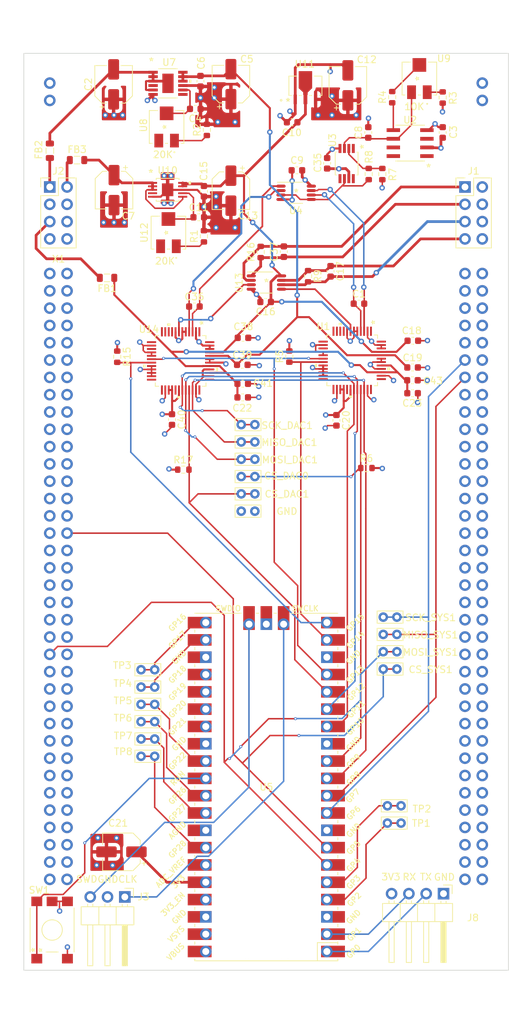
<source format=kicad_pcb>
(kicad_pcb (version 20211014) (generator pcbnew)
  (layers (0 "F.Cu" signal) (1 "In1.Cu" power) (2 "In2.Cu" power) (31 "B.Cu" signal) (34 "B.Paste" user) (35 "F.Paste" user) (36 "B.SilkS" user "B.Silkscreen") (37 "F.SilkS" user "F.Silkscreen") (38 "B.Mask" user) (39 "F.Mask" user) (44 "Edge.Cuts" user))
  (net 0 "")
  (net 1 "Net-(C1-Pad1)")
  (net 2 "Net-(C1-Pad2)")
  (net 3 "+12Vref")
  (net 4 "GND")
  (net 5 "Net-(C4-Pad2)")
  (net 6 "-14Vreg")
  (net 7 "Net-(C8-Pad1)")
  (net 8 "+15Vreg")
  (net 9 "Net-(C11-Pad1)")
  (net 10 "+14Vreg")
  (net 11 "OUT_DRIVE0")
  (net 12 "OUT_SENSE0")
  (net 13 "+3V3")
  (net 14 "Net-(C36-Pad1)")
  (net 15 "Net-(C36-Pad2)")
  (net 16 "OUT_DRIVE1")
  (net 17 "OUT_SENSE1")
  (net 18 "+5V")
  (net 22 "/Interconnect/ANA_CE")
  (net 23 "Net-(FB2-Pad2)")
  (net 24 "Net-(FB3-Pad1)")
  (net 25 "Net-(FB1-Pad2)")
  (net 26 "+12V")
  (net 27 "+24V")
  (net 28 "Net-(R1-Pad1)")
  (net 29 "Net-(R2-Pad1)")
  (net 30 "Net-(R3-Pad2)")
  (net 31 "Net-(R4-Pad1)")
  (net 32 "Net-(R4-Pad2)")
  (net 33 "/MCU/ALARM_DAC0")
  (net 34 "/MCU/CS_DAC0")
  (net 35 "Net-(R7-Pad1)")
  (net 36 "REF_OUT")
  (net 37 "/MCU/ALARM_DAC1")
  (net 38 "/MCU/CS_DAC1")
  (net 40 "Net-(U1-Pad7)")
  (net 47 "/MCU/LDAC")
  (net 51 "/MCU/SCK_DAC")
  (net 52 "/MCU/MOSI_DAC")
  (net 53 "/MCU/MISO_DAC")
  (net 61 "/Interconnect/MOSI")
  (net 62 "/Interconnect/NSS")
  (net 63 "/Interconnect/SCK")
  (net 64 "/Interconnect/MISO")
  (net 67 "-15Vreg")
  (net 73 "Net-(U13-Pad3)")
  (net 211 "/MCU/UART_TX")
  (net 212 "/MCU/UART_RX")
  (net 215 "Net-(J3-Pad1)")
  (net 216 "Net-(J3-Pad3)")
  (net 217 "Net-(SW1-Pad1)")
  (net 218 "Net-(TP1-Pad1)")
  (net 219 "Net-(TP2-Pad1)")
  (net 220 "Net-(TP3-Pad1)")
  (net 221 "Net-(TP4-Pad1)")
  (net 222 "Net-(TP5-Pad1)")
  (net 223 "Net-(TP6-Pad1)")
  (net 224 "Net-(TP7-Pad1)")
  (net 225 "Net-(TP8-Pad1)")
  (footprint "TestPoint:TestPoint_Bridge_Pitch2.0mm_Drill0.7mm" (layer "F.Cu") (at 66.2084 109.0676)
    (fp_text reference "TP3")
    (fp_text value "TestPoint")
  )
  (footprint "TestPoint:TestPoint_Bridge_Pitch2.0mm_Drill0.7mm" (layer "F.Cu") (at 66.2084 121.7676)
    (fp_text reference "TP8")
    (fp_text value "TestPoint")
  )
  (footprint "3224J-1-103E:3224J-1-103E" (layer "F.Cu") (at 69.9606 29.420715 -90)
    (fp_text reference "U8")
    (fp_text value "20K")
  )
  (footprint "Resistor_SMD:R_0603_1608Metric" (layer "F.Cu") (at 75.87 29.85 90)
    (fp_text reference "R2")
    (fp_text value "130K")
  )
  (footprint "3224J-1-103E:3224J-1-103E" (layer "F.Cu") (at 70.228625 44.928215 -90)
    (fp_text reference "U12")
    (fp_text value "20K")
  )
  (footprint "DAC11001BPFBR:DAC11001BPFBR" (layer "F.Cu") (at 72.02 63.75 -90)
    (fp_text reference "U14")
    (fp_text value "DAC11001BPFBR" hide)
  )
  (footprint "LT3042MPMSE-PBF:LT3042MPMSE-PBF" (layer "F.Cu") (at 70.11 38.64)
    (fp_text reference "U10")
    (fp_text value "LT3042MPMSE-PBF" hide)
  )
  (footprint "TestPoint:TestPoint_Bridge_Pitch2.0mm_Drill0.7mm" (layer "F.Cu") (at 80.915 73.1012)
    (fp_text reference "SCK_DAC1")
    (fp_text value "TestPoint")
  )
  (footprint "Resistor_SMD:R_0603_1608Metric" (layer "F.Cu") (at 72.4154 79.7052)
    (fp_text reference "R17")
    (fp_text value "10K")
  )
  (footprint "Resistor_SMD:R_0603_1608Metric" (layer "F.Cu") (at 101.63 36.335 -90)
    (fp_text reference "R7")
    (fp_text value "1K")
  )
  (footprint "TestPoint:TestPoint_Bridge_Pitch2.0mm_Drill0.7mm" (layer "F.Cu") (at 102.378 129.032)
    (fp_text reference "TP2")
    (fp_text value "TestPoint")
  )
  (footprint "Inductor_SMD:L_0805_2012Metric" (layer "F.Cu") (at 52.82 32.91 -90)
    (fp_text reference "FB2")
    (fp_text value "FerriteBead")
  )
  (footprint "Capacitor_SMD:C_0603_1608Metric" (layer "F.Cu") (at 106.07 68.49)
    (fp_text reference "C23")
    (fp_text value "2.2uF")
  )
  (footprint "TestPoint:TestPoint_Bridge_Pitch2.0mm_Drill0.7mm" (layer "F.Cu") (at 101.7684 101.346)
    (fp_text reference "SCK_SYS1")
    (fp_text value "TestPoint")
  )
  (footprint "TestPoint:TestPoint_Bridge_Pitch2.0mm_Drill0.7mm" (layer "F.Cu") (at 66.2084 111.6076)
    (fp_text reference "TP4")
    (fp_text value "TestPoint")
  )
  (footprint "MCU_RaspberryPi_and_Boards:RPi_Pico_SMD_TH" (layer "F.Cu") (at 84.6 126.28 180)
    (fp_text reference "U5")
    (fp_text value "Pico")
  )
  (footprint "Resistor_SMD:R_0603_1608Metric" (layer "F.Cu") (at 90.73 51.32 -90)
    (fp_text reference "R9")
    (fp_text value "1M")
  )
  (footprint "TestPoint:TestPoint_Bridge_Pitch2.0mm_Drill0.7mm" (layer "F.Cu") (at 66.2084 116.6876)
    (fp_text reference "TP6")
    (fp_text value "TestPoint")
  )
  (footprint "Capacitor_SMD:C_0603_1608Metric" (layer "F.Cu") (at 94.03 50.6 -90)
    (fp_text reference "C17")
    (fp_text value "0.1uF")
  )
  (footprint "TestPoint:TestPoint_Bridge_Pitch2.0mm_Drill0.7mm" (layer "F.Cu") (at 101.7684 103.886)
    (fp_text reference "MISO_SYS1")
    (fp_text value "TestPoint")
  )
  (footprint "OPA2189IDGKR:OPA2189IDGKR" (layer "F.Cu") (at 88.98 39.08)
    (fp_text reference "U4")
    (fp_text value "OPA2189IDR" hide)
  )
  (footprint "3224J-1-103E:3224J-1-103E" (layer "F.Cu") (at 107.0706 22.320715 -90)
    (fp_text reference "U9")
    (fp_text value "10K")
  )
  (footprint "TestPoint:TestPoint_Bridge_Pitch2.0mm_Drill0.7mm" (layer "F.Cu") (at 80.915 75.6412)
    (fp_text reference "MISO_DAC1")
    (fp_text value "TestPoint")
  )
  (footprint "TestPoint:TestPoint_Bridge_Pitch2.0mm_Drill0.7mm" (layer "F.Cu") (at 101.7684 106.426)
    (fp_text reference "MOSI_SYS1")
    (fp_text value "TestPoint")
  )
  (footprint "Connector_PinHeader_2.54mm:PinHeader_2x04_P2.54mm_Vertical" (layer "F.Cu") (at 113.7666 38.227)
    (fp_text reference "J1")
    (fp_text value "Conn_02x04_Odd_Even")
  )
  (footprint "Connector_PinHeader_2.54mm:PinHeader_1x04_P2.54mm_Horizontal" (layer "F.Cu") (at 110.61 141.925 -90)
    (fp_text reference "J8")
    (fp_text value "Conn_01x04_Male")
  )
  (footprint "Connector_PinHeader_2.54mm:PinHeader_1x03_P2.54mm_Horizontal" (layer "F.Cu") (at 63.825 142.405 -90)
    (fp_text reference "J3")
    (fp_text value "Conn_01x03_Male")
  )
  (footprint "Capacitor_SMD:CP_Elec_5x5.3" (layer "F.Cu") (at 62.24 38.69 -90)
    (fp_text reference "C7")
    (fp_text value "10uF")
  )
  (footprint "ADR444ARZ:ADR444ARZ" (layer "F.Cu") (at 105.71 31.79 180)
    (fp_text reference "U2")
    (fp_text value "ADR444ARZ" hide)
  )
  (footprint "Inductor_SMD:L_0805_2012Metric" (layer "F.Cu") (at 61.214 51.562 180)
    (fp_text reference "FB1")
    (fp_text value "FerriteBead")
  )
  (footprint "OPA189IDGKT:OPA189IDGKT" (layer "F.Cu") (at 96.39 34.79 -90)
    (fp_text reference "U3")
    (fp_text value "OPA189IDGKT" hide)
  )
  (footprint "Capacitor_SMD:C_0603_1608Metric" (layer "F.Cu") (at 81.1725 60.3625 180)
    (fp_text reference "C38")
    (fp_text value "0.1uF")
  )
  (footprint "Capacitor_SMD:CP_Elec_5x5.3" (layer "F.Cu") (at 62.18 23.17 90)
    (fp_text reference "C2")
    (fp_text value "10uF")
  )
  (footprint "Inductor_SMD:L_0805_2012Metric" (layer "F.Cu") (at 56.81 34.28)
    (fp_text reference "FB3")
    (fp_text value "FerriteBead")
  )
  (footprint "NISoC-Socket:ST_Morpho_Connector_144_STLink_MountingHoles" (layer "F.Cu") (at 52.8066 50.927)
    (fp_text reference "X1")
    (fp_text value "NUCLEO144-ZIO")
  )
  (footprint "Resistor_SMD:R_0603_1608Metric" (layer "F.Cu") (at 110.49 25.1 90)
    (fp_text reference "R3")
    (fp_text value "1K")
  )
  (footprint "Capacitor_SMD:C_0603_1608Metric" (layer "F.Cu") (at 75.438 38.862 -90)
    (fp_text reference "C15")
    (fp_text value "0.1uF")
  )
  (footprint "Capacitor_SMD:C_0603_1608Metric" (layer "F.Cu") (at 94.8944 72.4662 -90)
    (fp_text reference "C20")
    (fp_text value "0.1uF")
  )
  (footprint "Resistor_SMD:R_0603_1608Metric" (layer "F.Cu") (at 99.29 79.47 180)
    (fp_text reference "R6")
    (fp_text value "10K")
  )
  (footprint "Capacitor_SMD:C_0603_1608Metric" (layer "F.Cu") (at 74.04 55.77)
    (fp_text reference "C36")
    (fp_text value "0.1uF")
  )
  (footprint "TestPoint:TestPoint_Bridge_Pitch2.0mm_Drill0.7mm" (layer "F.Cu") (at 80.915 83.2612)
    (fp_text reference "CS_DAC1")
    (fp_text value "TestPoint")
  )
  (footprint "Resistor_SMD:R_0603_1608Metric" (layer "F.Cu") (at 99.63 36.33 -90)
    (fp_text reference "R8")
    (fp_text value "1K")
  )
  (footprint "Capacitor_SMD:C_0603_1608Metric" (layer "F.Cu") (at 99.568 30.226 90)
    (fp_text reference "C8")
    (fp_text value "0.1uF")
  )
  (footprint "Capacitor_SMD:C_0603_1608Metric" (layer "F.Cu") (at 81.0725 64.3225)
    (fp_text reference "C39")
    (fp_text value "0.1uF")
  )
  (footprint "TestPoint:TestPoint_Bridge_Pitch2.0mm_Drill0.7mm" (layer "F.Cu") (at 102.378 131.572)
    (fp_text reference "TP1")
    (fp_text value "TestPoint")
  )
  (footprint "Resistor_SMD:R_0603_1608Metric" (layer "F.Cu") (at 103.08 25.05 90)
    (fp_text reference "R4")
    (fp_text value "100K")
  )
  (footprint "Resistor_SMD:R_0603_1608Metric" (layer "F.Cu") (at 87.98 63.11 90)
    (fp_text reference "R5")
    (fp_text value "10K")
  )
  (footprint "TestPoint:TestPoint_Bridge_Pitch2.0mm_Drill0.7mm" (layer "F.Cu") (at 80.915 78.1812)
    (fp_text reference "MOSI_DAC1")
    (fp_text value "TestPoint")
  )
  (footprint "Capacitor_SMD:CP_Elec_5x5.3" (layer "F.Cu") (at 63.33 135.79 180)
    (fp_text reference "C21")
    (fp_text value "47uF")
  )
  (footprint "Capacitor_SMD:CP_Elec_5x5.3" (layer "F.Cu") (at 79.4 38.77 -90)
    (fp_text reference "C13")
    (fp_text value "100uF")
  )
  (footprint "Capacitor_SMD:C_0603_1608Metric" (layer "F.Cu") (at 74.168 26.77 180)
    (fp_text reference "C4")
    (fp_text value "0.1uF")
  )
  (footprint "TestPoint:TestPoint_Bridge_Pitch2.0mm_Drill0.7mm" (layer "F.Cu") (at 80.915 85.8012)
    (fp_text reference "GND")
    (fp_text value "TestPoint")
  )
  (footprint "Capacitor_SMD:C_0603_1608Metric" (layer "F.Cu") (at 110.49 30.226 90)
    (fp_text reference "C3")
    (fp_text value "0.1uF")
  )
  (footprint "LDK320ADU120R:LDK320ADU120R" (layer "F.Cu") (at 90.34 23.3807)
    (fp_text reference "U11")
    (fp_text value "LDK320ADU120R" hide)
  )
  (footprint "Capacitor_SMD:C_0603_1608Metric" (layer "F.Cu") (at 88.39 28.73)
    (fp_text reference "C10")
    (fp_text value "1uF")
  )
  (footprint "LT3093EMSE-PBF:LT3093EMSE-PBF" (layer "F.Cu") (at 70.16 23.02)
    (fp_text reference "U7")
    (fp_text value "LT3093EMSE-PBF" hide)
  )
  (footprint "Capacitor_SMD:C_0603_1608Metric" (layer "F.Cu") (at 89.09 35.78 180)
    (fp_text reference "C9")
    (fp_text value "0.1uF")
  )
  (footprint "Capacitor_SMD:C_0603_1608Metric" (layer "F.Cu") (at 74.93 22.7 -90)
    (fp_text reference "C6")
    (fp_text value "0.1uF")
  )
  (footprint "Capacitor_SMD:C_0603_1608Metric" (layer "F.Cu") (at 93.53 34.75 -90)
    (fp_text reference "C35")
    (fp_text value "0.1uF")
  )
  (footprint "Capacitor_SMD:CP_Elec_5x5.3" (layer "F.Cu") (at 96.5708 23.3172 90)
    (fp_text reference "C12")
    (fp_text value "10uF")
  )
  (footprint "Capacitor_SMD:C_0603_1608Metric" (layer "F.Cu") (at 87.17 47.72 90)
    (fp_text reference "C37")
    (fp_text value "0.1uF")
  )
  (footprint "TestPoint:TestPoint_Bridge_Pitch2.0mm_Drill0.7mm" (layer "F.Cu") (at 66.2084 119.2276)
    (fp_text reference "TP7")
    (fp_text value "TestPoint")
  )
  (footprint "Capacitor_SMD:C_0603_1608Metric" (layer "F.Cu") (at 81.1325 67.1025)
    (fp_text reference "C41")
    (fp_text value "0.1uF")
  )
  (footprint "Capacitor_SMD:C_0603_1608Metric" (layer "F.Cu") (at 106.07 64.71)
    (fp_text reference "C19")
    (fp_text value "0.1uF")
  )
  (footprint "Connector_PinHeader_2.54mm:PinHeader_2x04_P2.54mm_Vertical" (layer "F.Cu") (at 52.8066 38.227)
    (fp_text reference "J2")
    (fp_text value "Conn_02x04_Odd_Even")
  )
  (footprint "Capacitor_SMD:C_0603_1608Metric" (layer "F.Cu") (at 98.2 55.35)
    (fp_text reference "C1")
    (fp_text value "0.1uF")
  )
  (footprint "Capacitor_SMD:C_0603_1608Metric" (layer "F.Cu") (at 84.5 55.1 180)
    (fp_text reference "C16")
    (fp_text value "0.1uF")
  )
  (footprint "Capacitor_SMD:C_0603_1608Metric" (layer "F.Cu") (at 81.1325 69.1025)
    (fp_text reference "C22")
    (fp_text value "2.2uF")
  )
  (footprint "Resistor_SMD:R_0603_1608Metric" (layer "F.Cu") (at 75.438 45.466 90)
    (fp_text reference "R1")
    (fp_text value "130k")
  )
  (footprint "TestPoint:TestPoint_Bridge_Pitch2.0mm_Drill0.7mm" (layer "F.Cu") (at 66.2084 114.1476)
    (fp_text reference "TP5")
    (fp_text value "TestPoint")
  )
  (footprint "TestPoint:TestPoint_Bridge_Pitch2.0mm_Drill0.7mm" (layer "F.Cu") (at 80.915 80.7212)
    (fp_text reference "CS_DAC0")
    (fp_text value "TestPoint")
  )
  (footprint "1-1571636-0:1-1571636-0" (layer "F.Cu") (at 53.15 147.26 90)
    (fp_text reference "SW1")
    (fp_text value "1-1571636-0" hide)
  )
  (footprint "Capacitor_SMD:C_0603_1608Metric" (layer "F.Cu") (at 106.11 60.79 180)
    (fp_text reference "C18")
    (fp_text value "0.1uF")
  )
  (footprint "Resistor_SMD:R_0603_1608Metric" (layer "F.Cu") (at 83.77 47.77 90)
    (fp_text reference "R16")
    (fp_text value "1M")
  )
  (footprint "Capacitor_SMD:C_0603_1608Metric" (layer "F.Cu") (at 74.676 42.672)
    (fp_text reference "C11")
    (fp_text value "0.1uF")
  )
  (footprint "Capacitor_SMD:CP_Elec_5x5.3" (layer "F.Cu") (at 79.4 23.14 90)
    (fp_text reference "C5")
    (fp_text value "100uF")
  )
  (footprint "DAC11001BPFBR:DAC11001BPFBR" (layer "F.Cu") (at 97.21 63.67 -90)
    (fp_text reference "U1")
    (fp_text value "DAC11001BPFBR" hide)
  )
  (footprint "OPA2189IDGKR:OPA2189IDGKR" (layer "F.Cu") (at 84.61 52.25)
    (fp_text reference "U13")
    (fp_text value "OPA2189IDR" hide)
  )
  (footprint "Capacitor_SMD:C_0603_1608Metric" (layer "F.Cu") (at 106.05 66.59)
    (fp_text reference "C43")
    (fp_text value "0.1uF")
  )
  (footprint "TestPoint:TestPoint_Bridge_Pitch2.0mm_Drill0.7mm" (layer "F.Cu") (at 101.7684 108.966)
    (fp_text reference "CS_SYS1")
    (fp_text value "TestPoint")
  )
  (footprint "Resistor_SMD:R_0603_1608Metric" (layer "F.Cu") (at 62.7125 63.1325 -90)
    (fp_text reference "R15")
    (fp_text value "10K")
  )
  (footprint "Capacitor_SMD:C_0603_1608Metric" (layer "F.Cu") (at 70.75 72.35 -90)
    (fp_text reference "C40")
    (fp_text value "0.1uF")
  )
  (gr_rect (start 48.9966 18.6182) (end 120.142 153.162) (layer "Edge.Cuts") (width 0.1) (fill none))
  (gr_text "TX" (at 108.0262 139.4714) (layer "F.SilkS") (effects (font (size 1 1))))
  (gr_text "GND" (at 110.744 139.4968) (layer "F.SilkS") (effects (font (size 1 1))))
  (gr_text "SWD" (at 58.2422 139.8016) (layer "F.SilkS") (effects (font (size 1 1))))
  (gr_text "CLK" (at 64.262 139.8016) (layer "F.SilkS") (effects (font (size 1 1))))
  (gr_text "RX" (at 105.5878 139.4714) (layer "F.SilkS") (effects (font (size 1 1))))
  (gr_text "3V3" (at 102.8954 139.4714) (layer "F.SilkS") (effects (font (size 1 1))))
  (gr_text "GND" (at 61.341 139.827) (layer "F.SilkS") (effects (font (size 1 1))))
  (segment (start 91.205002 39.405001) (end 93.094999 39.405001) (width 0.22) (layer "F.Cu") (net 1))
  (segment (start 97.42 52.94) (end 97.425 52.945) (width 0.22) (layer "F.Cu") (net 1))
  (segment (start 98.460315 56.385315) (end 97.425 55.35) (width 0.22) (layer "F.Cu") (net 1))
  (segment (start 98.460315 59.399249) (end 98.460315 56.385315) (width 0.22) (layer "F.Cu") (net 1))
  (segment (start 93.094999 39.405001) (end 93.14 39.36) (width 0.22) (layer "F.Cu") (net 1))
  (segment (start 97.425 52.945) (end 97.425 55.35) (width 0.22) (layer "F.Cu") (net 1))
  (via (at 93.14 39.36) (size 0.8) (drill 0.4) (layers "F.Cu" "B.Cu") (net 1))
  (via (at 97.42 52.94) (size 0.8) (drill 0.4) (layers "F.Cu" "B.Cu") (net 1))
  (segment (start 93.14 39.36) (end 97.42 43.64) (width 0.22) (layer "B.Cu") (net 1))
  (segment (start 97.42 43.64) (end 97.42 52.94) (width 0.22) (layer "B.Cu") (net 1))
  (segment (start 93.97 38.6) (end 92.255004 38.6) (width 0.22) (layer "F.Cu") (net 2))
  (segment (start 92.100002 38.755002) (end 91.205002 38.755002) (width 0.22) (layer "F.Cu") (net 2))
  (segment (start 98.975 55.35) (end 98.975 52.995) (width 0.22) (layer "F.Cu") (net 2))
  (segment (start 98.9584 55.3666) (end 98.975 55.35) (width 0.25) (layer "F.Cu") (net 2))
  (segment (start 98.975 52.995) (end 98.91 52.93) (width 0.22) (layer "F.Cu") (net 2))
  (segment (start 92.255004 38.6) (end 92.100002 38.755002) (width 0.22) (layer "F.Cu") (net 2))
  (segment (start 98.960441 55.364559) (end 98.975 55.35) (width 0.22) (layer "F.Cu") (net 2))
  (segment (start 98.960441 59.399249) (end 98.9584 59.397208) (width 0.25) (layer "F.Cu") (net 2))
  (segment (start 98.9584 59.397208) (end 98.9584 55.3666) (width 0.25) (layer "F.Cu") (net 2))
  (via (at 93.97 38.6) (size 0.8) (drill 0.4) (layers "F.Cu" "B.Cu") (net 2))
  (via (at 98.91 52.93) (size 0.8) (drill 0.4) (layers "F.Cu" "B.Cu") (net 2))
  (segment (start 98.91 52.93) (end 98.91 43.54) (width 0.22) (layer "B.Cu") (net 2))
  (segment (start 98.91 43.54) (end 93.97 38.6) (width 0.22) (layer "B.Cu") (net 2))
  (segment (start 96.2661 35.525) (end 95.25 35.56) (width 0.4) (layer "F.Cu") (net 3))
  (segment (start 96.715001 37.003348) (end 96.715001 35.973901) (width 0.4) (layer "F.Cu") (net 3))
  (segment (start 90.304 37.204) (end 91.205002 38.105001) (width 0.4) (layer "F.Cu") (net 3))
  (segment (start 110.236 32.512) (end 110.236 31.255) (width 0.4) (layer "F.Cu") (net 3))
  (segment (start 96.715001 35.973901) (end 96.2661 35.525) (width 0.4) (layer "F.Cu") (net 3))
  (segment (start 95.25 35.56) (end 93.53 35.525) (width 0.4) (layer "F.Cu") (net 3))
  (segment (start 89.865 35.78) (end 89.865 36.764999) (width 0.4) (layer "F.Cu") (net 3))
  (segment (start 89.865 36.764999) (end 90.304 37.204) (width 0.4) (layer "F.Cu") (net 3))
  (segment (start 110.236 31.255) (end 110.49 31.001) (width 0.4) (layer "F.Cu") (net 3))
  (segment (start 91.835 25.373) (end 91.835 27.319) (width 0.4) (layer "F.Cu") (net 3))
  (segment (start 108.1738 32.425) (end 110.236 32.512) (width 0.4) (layer "F.Cu") (net 3))
  (segment (start 91.835 27.319) (end 92.202 27.686) (width 0.4) (layer "F.Cu") (net 3))
  (via (at 97.79 27.686) (size 0.8) (drill 0.4) (layers "F.Cu" "B.Cu") (net 3))
  (via (at 92.202 27.686) (size 0.8) (drill 0.4) (layers "F.Cu" "B.Cu") (net 3))
  (via (at 90.304 37.204) (size 0.8) (drill 0.4) (layers "F.Cu" "B.Cu") (net 3))
  (via (at 95.25 35.56) (size 0.8) (drill 0.4) (layers "F.Cu" "B.Cu") (net 3))
  (via (at 94.234 27.686) (size 0.8) (drill 0.4) (layers "F.Cu" "B.Cu") (net 3))
  (via (at 110.236 32.512) (size 0.8) (drill 0.4) (layers "F.Cu" "B.Cu") (net 3))
  (via (at 94.234 24.892) (size 0.8) (drill 0.4) (layers "F.Cu" "B.Cu") (net 3))
  (segment (start 67.749249 62.999811) (end 67.749249 62.499685) (width 0.22) (layer "F.Cu") (net 4))
  (segment (start 83.4753 69.1025) (end 83.4898 69.088) (width 0.22) (layer "F.Cu") (net 4))
  (segment (start 81.9075 67.1025) (end 83.1045 67.1025) (width 0.22) (layer "F.Cu") (net 4))
  (segment (start 101.480751 63.920063) (end 100.240137 63.920063) (width 0.22) (layer "F.Cu") (net 4))
  (segment (start 92.939249 61.419433) (end 92.001033 61.419433) (width 0.22) (layer "F.Cu") (net 4))
  (segment (start 66.528633 62.215292) (end 66.528633 61.499433) (width 0.22) (layer "F.Cu") (net 4))
  (segment (start 72.770189 59.479249) (end 72.270063 59.479249) (width 0.3) (layer "F.Cu") (net 4))
  (segment (start 74.688 38.874) (end 74.4643 38.6503) (width 0.3) (layer "F.Cu") (net 4))
  (segment (start 76.290751 61.999559) (end 76.290751 61.499433) (width 0.3) (layer "F.Cu") (net 4))
  (segment (start 76.290751 66.000567) (end 75.274528 66.000567) (width 0.3) (layer "F.Cu") (net 4))
  (segment (start 72.270063 60.495472) (end 72.008735 60.7568) (width 0.3) (layer "F.Cu") (net 4))
  (segment (start 88.392 35.857) (end 88.315 35.78) (width 0.3) (layer "F.Cu") (net 4))
  (segment (start 91.590315 64.920315) (end 91.3892 64.7192) (width 0.22) (layer "F.Cu") (net 4))
  (segment (start 108.2206 66.59) (end 108.2294 66.5988) (width 0.22) (layer "F.Cu") (net 4))
  (segment (start 109.8674 29.451) (end 109.3724 28.956) (width 0.3) (layer "F.Cu") (net 4))
  (segment (start 67.749249 65.500441) (end 67.749249 65.000315) (width 0.22) (layer "F.Cu") (net 4))
  (segment (start 75.274528 66.000567) (end 75.264102 65.990141) (width 0.3) (layer "F.Cu") (net 4))
  (segment (start 66.813026 62.499685) (end 66.528633 62.215292) (width 0.22) (layer "F.Cu") (net 4))
  (segment (start 108.2216 60.79) (end 108.2548 60.7568) (width 0.22) (layer "F.Cu") (net 4))
  (segment (start 66.528633 61.499433) (end 66.0146 60.9854) (width 0.22) (layer "F.Cu") (net 4))
  (segment (start 88.845 20.7306) (end 88.845 25.373) (width 0.4) (layer "F.Cu") (net 4))
  (segment (start 101.63 37.16) (end 101.63 38.324) (width 0.22) (layer "F.Cu") (net 4))
  (segment (start 83.725 54.565001) (end 83.147299 53.987301) (width 0.4) (layer "F.Cu") (net 4))
  (segment (start 92.939249 62.919811) (end 92.939249 62.419685) (width 0.22) (layer "F.Cu") (net 4))
  (segment (start 100.505715 64.920315) (end 99.8728 64.2874) (width 0.22) (layer "F.Cu") (net 4))
  (segment (start 67.749249 65.000315) (end 66.092515 65.000315) (width 0.22) (layer "F.Cu") (net 4))
  (segment (start 75.264102 65.990141) (end 75.264102 65.197898) (width 0.3) (layer "F.Cu") (net 4))
  (segment (start 83.3749 60.3625) (end 83.3882 60.3758) (width 0.22) (layer "F.Cu") (net 4))
  (segment (start 72.270063 59.479249) (end 72.270063 60.495472) (width 0.3) (layer "F.Cu") (net 4))
  (segment (start 88.845 27.5) (end 88.46 27.5) (width 0.4) (layer "F.Cu") (net 4))
  (segment (start 94.0054 21.2598) (end 93.98 21.2852) (width 0.4) (layer "F.Cu") (net 4))
  (segment (start 70.75 73.125) (end 70.75 73.395) (width 0.22) (layer "F.Cu") (net 4))
  (segment (start 101.480751 64.920315) (end 100.505715 64.920315) (width 0.22) (layer "F.Cu") (net 4))
  (segment (start 97.960189 59.399249) (end 97.460063 59.399249) (width 0.22) (layer "F.Cu") (net 4))
  (segment (start 100.027193 69.4436) (end 100.3808 69.4436) (width 0.22) (layer "F.Cu") (net 4))
  (segment (start 106.845 64.71) (end 108.2202 64.71) (width 0.22) (layer "F.Cu") (net 4))
  (segment (start 81.9075 69.1025) (end 83.4753 69.1025) (width 0.22) (layer "F.Cu") (net 4))
  (segment (start 83.725 55.1) (end 83.725 54.565001) (width 0.4) (layer "F.Cu") (net 4))
  (segment (start 55.3979 151.4637) (end 55.3979 149.7589) (width 0.22) (layer "F.Cu") (net 4))
  (segment (start 92.001033 61.419433) (end 91.442233 61.419433) (width 0.22) (layer "F.Cu") (net 4))
  (segment (start 96.5708 21.1172) (end 95.7228 20.2692) (width 0.4) (layer "F.Cu") (net 4))
  (segment (start 74.270567 67.198967) (end 75.468967 66.000567) (width 0.22) (layer "F.Cu") (net 4))
  (segment (start 74.688 38.887) (end 74.688 38.874) (width 0.3) (layer "F.Cu") (net 4))
  (segment (start 99.460567 59.399249) (end 99.460567 60.335472) (width 0.22) (layer "F.Cu") (net 4))
  (segment (start 54.2325 144.4533) (end 54.2544 144.4752) (width 0.22) (layer "F.Cu") (net 4))
  (segment (start 89.3064 20.2692) (end 88.845 20.7306) (width 0.4) (layer "F.Cu") (net 4))
  (segment (start 54.2325 143.0563) (end 53.15 143.0563) (width 0.22) (layer "F.Cu") (net 4))
  (segment (start 99.568 28.1686) (end 99.5934 28.1432) (width 0.3) (layer "F.Cu") (net 4))
  (segment (start 67.896652 39.656) (end 69.094 39.656) (width 0.3) (layer "F.Cu") (net 4))
  (segment (start 106.845 69.812) (end 106.807 69.85) (width 0.22) (layer "F.Cu") (net 4))
  (segment (start 70.1203 38.6503) (end 70.11 38.64) (width 0.3) (layer "F.Cu") (net 4))
  (segment (start 99.568 29.451) (end 99.568 28.1686) (width 0.3) (layer "F.Cu") (net 4))
  (segment (start 96.459811 59.399249) (end 96.459811 60.391811) (width 0.22) (layer "F.Cu") (net 4))
  (segment (start 108.2202 64.71) (end 108.2802 64.77) (width 0.22) (layer "F.Cu") (net 4))
  (segment (start 94.0054 20.2692) (end 94.0054 21.2598) (width 0.4) (layer "F.Cu") (net 4))
  (segment (start 95.415001 32.576652) (end 94.397948 32.576652) (width 0.3) (layer "F.Cu") (net 4))
  (segment (start 55.3979 149.7589) (end 55.3974 149.7584) (width 0.22) (layer "F.Cu") (net 4))
  (segment (start 110.49 27.178) (end 110.4646 27.2034) (width 0.3) (layer "F.Cu") (net 4))
  (segment (start 74.4643 38.6503) (end 70.1203 38.6503) (width 0.3) (layer "F.Cu") (net 4))
  (segment (start 67.972699 24.644998) (end 67.972699 25.249899) (width 0.4) (layer "F.Cu") (net 4))
  (segment (start 76.290751 64.000063) (end 78.478063 64.000063) (width 0.3) (layer "F.Cu") (net 4))
  (segment (start 74.800001 23.345001) (end 74.93 23.475) (width 0.4) (layer "F.Cu") (net 4))
  (segment (start 74.718247 60.943153) (end 74.270567 60.495472) (width 0.3) (layer "F.Cu") (net 4))
  (segment (start 67.972699 24.686501) (end 67.1322 25.527) (width 0.4) (layer "F.Cu") (net 4))
  (segment (start 100.544528 61.419433) (end 101.480751 61.419433) (width 0.22) (layer "F.Cu") (net 4))
  (segment (start 69.769433 68.020751) (end 69.769433 69.143167) (width 0.22) (layer "F.Cu") (net 4))
  (segment (start 92.003026 62.419685) (end 91.844167 62.260826) (width 0.22) (layer "F.Cu") (net 4))
  (segment (start 94.0054 20.2692) (end 89.3064 20.2692) (width 0.4) (layer "F.Cu") (net 4))
  (segment (start 71.269811 59.479249) (end 71.269811 60.297011) (width 0.3) (layer "F.Cu") (net 4))
  (segment (start 76.290751 64.000063) (end 76.290751 63.499937) (width 0.22) (layer "F.Cu") (net 4))
  (segment (start 93.53 33.975) (end 93.53 33.4446) (width 0.3) (layer "F.Cu") (net 4))
  (segment (start 101.480751 61.419433) (end 101.480751 61.919559) (width 0.22) (layer "F.Cu") (net 4))
  (segment (start 110.49 29.451) (end 109.8674 29.451) (width 0.3) (layer "F.Cu") (net 4))
  (segment (start 74.270567 69.012767) (end 74.270567 68.020751) (width 0.22) (layer "F.Cu") (net 4))
  (segment (start 67.749249 61.499433) (end 66.528633 61.499433) (width 0.22) (layer "F.Cu") (net 4))
  (segment (start 69.769433 69.143167) (end 69.3166 69.596) (width 0.22) (layer "F.Cu") (net 4))
  (segment (start 101.63 38.324) (end 101.6 38.354) (width 0.22) (layer "F.Cu") (net 4))
  (segment (start 96.459811 60.391811) (end 96.9264 60.8584) (width 0.22) (layer "F.Cu") (net 4))
  (segment (start 70.75 73.395) (end 69.6722 74.4728) (width 0.22) (layer "F.Cu") (net 4))
  (segment (start 74.270567 60.495472) (end 74.270567 59.479249) (width 0.3) (layer "F.Cu") (net 4))
  (segment (start 87.615 28.73) (end 87.5818 28.73) (width 0.4) (layer "F.Cu") (net 4))
  (segment (start 88.46 27.5) (end 88.0618 27.1018) (width 0.4) (layer "F.Cu") (net 4))
  (segment (start 91.442233 61.419433) (end 91.3892 61.3664) (width 0.22) (layer "F.Cu") (net 4))
  (segment (start 71.269811 60.297011) (end 71.7296 60.7568) (width 0.3) (layer "F.Cu") (net 4))
  (segment (start 67.972699 24.644998) (end 67.972699 24.686501) (width 0.4) (layer "F.Cu") (net 4))
  (segment (start 67.749249 64.500189) (end 67.749249 65.000315) (width 0.22) (layer "F.Cu") (net 4))
  (segment (start 67.749249 66.000567) (end 67.749249 65.500441) (width 0.22) (layer "F.Cu") (net 4))
  (segment (start 81.9475 60.3625) (end 83.3749 60.3625) (width 0.22) (layer "F.Cu") (net 4))
  (segment (start 97.460063 59.399249) (end 97.460063 60.324737) (width 0.22) (layer "F.Cu") (net 4))
  (segment (start 108.4434 29.885) (end 109.3724 28.956) (width 0.3) (layer "F.Cu") (net 4))
  (segment (start 97.460063 60.324737) (end 96.9264 60.8584) (width 0.22) (layer "F.Cu") (net 4))
  (segment (start 72.008735 60.7568) (end 71.7296 60.7568) (width 0.3) (layer "F.Cu") (net 4))
  (segment (start 66.092515 65.000315) (end 66.0908 64.9986) (width 0.22) (layer "F.Cu") (net 4))
  (segment (start 101.480751 65.920567) (end 102.572767 65.920567) (width 0.22) (layer "F.Cu") (net 4))
  (segment (start 75.274528 61.499433) (end 74.718247 60.943153) (width 0.3) (layer "F.Cu") (net 4))
  (segment (start 67.749249 62.499685) (end 66.813026 62.499685) (width 0.22) (layer "F.Cu") (net 4))
  (segment (start 88.845 27.5) (end 87.615 28.73) (width 0.4) (layer "F.Cu") (net 4))
  (segment (start 106.825 66.59) (end 108.2206 66.59) (width 0.22) (layer "F.Cu") (net 4))
  (segment (start 92.939249 64.920315) (end 91.590315 64.920315) (width 0.22) (layer "F.Cu") (net 4))
  (segment (start 93.6104 73.2412) (end 93.2392 73.6124) (width 0.22) (layer "F.Cu") (net 4))
  (segment (start 92.939249 62.419685) (end 92.003026 62.419685) (width 0.22) (layer "F.Cu") (net 4))
  (segment (start 92.939249 65.920567) (end 92.939249 64.420189) (width 0.3) (layer "F.Cu") (net 4))
  (segment (start 93.53 33.4446) (end 94.2848 32.6898) (width 0.3) (layer "F.Cu") (net 4))
  (segment (start 94.959433 67.940751) (end 94.959433 69.251567) (width 0.22) (layer "F.Cu") (net 4))
  (segment (start 74.7014 69.4436) (end 74.270567 69.012767) (width 0.22) (layer "F.Cu") (net 4))
  (segment (start 95.7228 20.2692) (end 94.0054 20.2692) (width 0.4) (layer "F.Cu") (net 4))
  (segment (start 83.1045 67.1025) (end 83.4898 67.4878) (width 0.22) (layer "F.Cu") (net 4))
  (segment (start 69.094 39.656) (end 70.11 38.64) (width 0.3) (layer "F.Cu") (net 4))
  (segment (start 88.392 37.338) (end 88.392 35.857) (width 0.3) (layer "F.Cu") (net 4))
  (segment (start 108.1738 29.885) (end 108.4434 29.885) (width 0.3) (layer "F.Cu") (net 4))
  (segment (start 94.397948 32.576652) (end 94.2848 32.6898) (width 0.3) (layer "F.Cu") (net 4))
  (segment (start 54.2325 143.0563) (end 54.2325 144.4533) (width 0.22) (layer "F.Cu") (net 4))
  (segment (start 55.3979 143.0563) (end 54.2325 143.0563) (width 0.22) (layer "F.Cu") (net 4))
  (segment (start 75.461685 65.000315) (end 76.290751 65.000315) (width 0.3) (layer "F.Cu") (net 4))
  (segment (start 99.460567 67.940751) (end 99.460567 68.876974) (width 0.22) (layer "F.Cu") (net 4))
  (segment (start 83.4487 64.3225) (end 83.566 64.4398) (width 0.22) (layer "F.Cu") (net 4))
  (segment (start 87.5818 28.73) (end 86.614 27.7622) (width 0.4) (layer "F.Cu") (net 4))
  (segment (start 67.972699 25.249899) (end 68.2498 25.527) (width 0.4) (layer "F.Cu") (net 4))
  (segment (start 86.755001 40.055002) (end 88.315002 40.055002) (width 0.3) (layer "F.Cu") (net 4))
  (segment (start 101.480751 63.419937) (end 101.480751 63.920063) (width 0.22) (layer "F.Cu") (net 4))
  (segment (start 99.460567 60.335472) (end 100.0506 60.8584) (width 0.22) (layer "F.Cu") (net 4))
  (segment (start 102.572767 65.920567) (end 103.2764 66.6242) (width 0.22) (layer "F.Cu") (net 4))
  (segment (start 83.147299 53.987301) (end 82.385001 53.225002) (width 0.4) (layer "F.Cu") (net 4))
  (segment (start 76.290751 61.499433) (end 75.274528 61.499433) (width 0.3) (layer "F.Cu") (net 4))
  (segment (start 78.478063 64.000063) (end 78.6638 64.1858) (width 0.3) (layer "F.Cu") (net 4))
  (segment (start 91.844167 61.576299) (end 92.001033 61.419433) (width 0.22) (layer "F.Cu") (net 4))
  (segment (start 74.270567 68.020751) (end 74.270567 67.198967) (width 0.22) (layer "F.Cu") (net 4))
  (segment (start 94.959433 69.251567) (end 94.615 69.596) (width 0.22) (layer "F.Cu") (net 4))
  (segment (start 94.8944 73.2412) (end 93.6104 73.2412) (width 0.22) (layer "F.Cu") (net 4))
  (segment (start 91.844167 62.260826) (end 91.844167 61.576299) (width 0.22) (layer "F.Cu") (net 4))
  (segment (start 100.240137 63.920063) (end 99.8728 64.2874) (width 0.22) (layer "F.Cu") (net 4))
  (segment (start 88.315002 40.055002) (end 88.392 40.132) (width 0.3) (layer "F.Cu") (net 4))
  (segment (start 88.845 25.373) (end 88.845 27.5) (width 0.4) (layer "F.Cu") (net 4))
  (segment (start 106.885 60.79) (end 108.2216 60.79) (width 0.22) (layer "F.Cu") (net 4))
  (segment (start 81.8475 64.3225) (end 83.4487 64.3225) (width 0.22) (layer "F.Cu") (net 4))
  (segment (start 75.264102 65.197898) (end 75.461685 65.000315) (width 0.3) (layer "F.Cu") (net 4))
  (segment (start 100.0506 60.8584) (end 100.544528 61.419433) (width 0.22) (layer "F.Cu") (net 4))
  (segment (start 110.49 25.925) (end 110.49 27.178) (width 0.3) (layer "F.Cu") (net 4))
  (segment (start 99.460567 68.876974) (end 100.027193 69.4436) (width 0.22) (layer "F.Cu") (net 4))
  (segment (start 75.438 39.637) (end 74.688 38.887) (width 0.3) (layer "F.Cu") (net 4))
  (segment (start 72.347301 23.345001) (end 74.800001 23.345001) (width 0.4) (layer "F.Cu") (net 4))
  (segment (start 106.845 68.49) (end 106.845 69.812) (width 0.22) (layer "F.Cu") (net 4))
  (segment (start 75.468967 66.000567) (end 76.290751 66.000567) (width 0.22) (layer "F.Cu") (net 4))
  (via (at 93.98 21.2852) (size 0.8) (drill 0.4) (layers "F.Cu" "B.Cu") (net 4))
  (via (at 100.3808 69.4436) (size 0.8) (drill 0.4) (layers "F.Cu" "B.Cu") (net 4))
  (via (at 83.4898 67.4878) (size 0.8) (drill 0.4) (layers "F.Cu" "B.Cu") (net 4))
  (via (at 69.596 36.576) (size 0.8) (drill 0.4) (layers "F.Cu" "B.Cu") (net 4))
  (via (at 80.01 28.702) (size 0.8) (drill 0.4) (layers "F.Cu" "B.Cu") (net 4))
  (via (at 66.0908 64.9986) (size 0.8) (drill 0.4) (layers "F.Cu" "B.Cu") (net 4))
  (via (at 60.706 43.434) (size 0.8) (drill 0.4) (layers "F.Cu" "B.Cu") (net 4))
  (via (at 69.3166 69.596) (size 0.8) (drill 0.4) (layers "F.Cu" "B.Cu") (net 4))
  (via (at 62.23 27.686) (size 0.8) (drill 0.4) (layers "F.Cu" "B.Cu") (net 4))
  (via (at 100.0506 60.8584) (size 0.8) (drill 0.4) (layers "F.Cu" "B.Cu") (net 4))
  (via (at 74.718247 60.943153) (size 0.8) (drill 0.4) (layers "F.Cu" "B.Cu") (net 4))
  (via (at 106.807 69.85) (size 0.8) (drill 0.4) (layers "F.Cu" "B.Cu") (net 4))
  (via (at 68.2498 25.527) (size 0.8) (drill 0.4) (layers "F.Cu" "B.Cu") (net 4))
  (via (at 108.2548 60.7568) (size 0.8) (drill 0.4) (layers "F.Cu" "B.Cu") (net 4))
  (via (at 91.3892 61.3664) (size 0.8) (drill 0.4) (layers "F.Cu" "B.Cu") (net 4))
  (via (at 77.216 44.196) (size 0.8) (drill 0.4) (layers "F.Cu" "B.Cu") (net 4))
  (via (at 76.962 25.146) (size 0.8) (drill 0.4) (layers "F.Cu" "B.Cu") (net 4))
  (via (at 69.6722 74.4728) (size 0.8) (drill 0.4) (layers "F.Cu" "B.Cu") (net 4))
  (via (at 101.6 38.354) (size 0.8) (drill 0.4) (layers "F.Cu" "B.Cu") (net 4))
  (via (at 83.4898 69.088) (size 0.8) (drill 0.4) (layers "F.Cu" "B.Cu") (net 4))
  (via (at 63.5 27.686) (size 0.8) (drill 0.4) (layers "F.Cu" "B.Cu") (net 4))
  (via (at 94.615 69.596) (size 0.8) (drill 0.4) (layers "F.Cu" "B.Cu") (net 4))
  (via (at 83.3882 60.3758) (size 0.8) (drill 0.4) (layers "F.Cu" "B.Cu") (net 4))
  (via (at 76.962 23.622) (size 0.8) (drill 0.4) (layers "F.Cu" "B.Cu") (net 4))
  (via (at 91.3892 64.7192) (size 0.8) (drill 0.4) (layers "F.Cu" "B.Cu") (net 4))
  (via (at 59.8678 133.731) (size 0.8) (drill 0.4) (layers "F.Cu" "B.Cu") (net 4))
  (via (at 71.7296 60.7568) (size 0.8) (drill 0.4) (layers "F.Cu" "B.Cu") (net 4))
  (via (at 88.0618 27.1018) (size 0.8) (drill 0.4) (layers "F.Cu" "B.Cu") (net 4))
  (via (at 78.6638 64.1858) (size 0.8) (drill 0.4) (layers "F.Cu" "B.Cu") (net 4))
  (via (at 109.3724 28.956) (size 0.8) (drill 0.4) (layers "F.Cu" "B.Cu") (net 4))
  (via (at 62.23 43.434) (size 0.8) (drill 0.4) (layers "F.Cu" "B.Cu") (net 4))
  (via (at 99.5934 28.1432) (size 0.8) (drill 0.4) (layers "F.Cu" "B.Cu") (net 4))
  (via (at 96.9264 60.8584) (size 0.8) (drill 0.4) (layers "F.Cu" "B.Cu") (net 4))
  (via (at 55.3974 149.7584) (size 0.8) (drill 0.4) (layers "F.Cu" "B.Cu") (net 4))
  (via (at 83.566 64.4398) (size 0.8) (drill 0.4) (layers "F.Cu" "B.Cu") (net 4))
  (via (at 99.8728 64.2874) (size 0.8) (drill 0.4) (layers "F.Cu" "B.Cu") (net 4))
  (via (at 80.01 44.196) (size 0.8) (drill 0.4) (layers "F.Cu" "B.Cu") (net 4))
  (via (at 62.611 133.7564) (size 0.8) (drill 0.4) (layers "F.Cu" "B.Cu") (net 4))
  (via (at 83.147299 53.987301) (size 0.8) (drill 0.4) (layers "F.Cu" "B.Cu") (net 4))
  (via (at 88.392 40.132) (size 0.8) (drill 0.4) (layers "F.Cu" "B.Cu") (net 4))
  (via (at 63.754 43.434) (size 0.8) (drill 0.4) (layers "F.Cu" "B.Cu") (net 4))
  (via (at 108.2294 66.5988) (size 0.8) (drill 0.4) (layers "F.Cu" "B.Cu") (net 4))
  (via (at 60.96 27.686) (size 0.8) (drill 0.4) (layers "F.Cu" "B.Cu") (net 4))
  (via (at 74.7014 69.4436) (size 0.8) (drill 0.4) (layers "F.Cu" "B.Cu") (net 4))
  (via (at 86.614 27.7622) (size 0.8) (drill 0.4) (layers "F.Cu" "B.Cu") (net 4))
  (via (at 77.216 39.624) (size 0.8) (drill 0.4) (layers "F.Cu" "B.Cu") (net 4))
  (via (at 103.2764 66.6242) (size 0.8) (drill 0.4) (layers "F.Cu" "B.Cu") (net 4))
  (via (at 62.0268 137.7696) (size 0.8) (drill 0.4) (layers "F.Cu" "B.Cu") (net 4))
  (via (at 93.2392 73.6124) (size 0.8) (drill 0.4) (layers "F.Cu" "B.Cu") (net 4))
  (via (at 74.93 25.146) (size 0.8) (drill 0.4) (layers "F.Cu" "B.Cu") (net 4))
  (via (at 67.1322 25.527) (size 0.8) (drill 0.4) (layers "F.Cu" "B.Cu") (net 4))
  (via (at 75.438 41.148) (size 0.8) (drill 0.4) (layers "F.Cu" "B.Cu") (net 4))
  (via (at 77.216 41.148) (size 0.8) (drill 0.4) (layers "F.Cu" "B.Cu") (net 4))
  (via (at 77.47 28.702) (size 0.8) (drill 0.4) (layers "F.Cu" "B.Cu") (net 4))
  (via (at 69.596 40.64) (size 0.8) (drill 0.4) (layers "F.Cu" "B.Cu") (net 4))
  (via (at 70.612 40.64) (size 0.8) (drill 0.4) (layers "F.Cu" "B.Cu") (net 4))
  (via (at 66.0146 60.9854) (size 0.8) (drill 0.4) (layers "F.Cu" "B.Cu") (net 4))
  (via (at 88.392 37.338) (size 0.8) (drill 0.4) (layers "F.Cu" "B.Cu") (net 4))
  (via (at 54.2544 144.4752) (size 0.8) (drill 0.4) (layers "F.Cu" "B.Cu") (net 4))
  (via (at 108.2802 64.77) (size 0.8) (drill 0.4) (layers "F.Cu" "B.Cu") (net 4))
  (via (at 59.69 137.7442) (size 0.8) (drill 0.4) (layers "F.Cu" "B.Cu") (net 4))
  (via (at 110.4646 27.2034) (size 0.8) (drill 0.4) (layers "F.Cu" "B.Cu") (net 4))
  (via (at 70.612 36.576) (size 0.8) (drill 0.4) (layers "F.Cu" "B.Cu") (net 4))
  (via (at 94.2848 32.6898) (size 0.8) (drill 0.4) (layers "F.Cu" "B.Cu") (net 4))
  (segment (start 88.392 40.132) (end 88.392 37.338) (width 0.3) (layer "B.Cu") (net 4))
  (segment (start 69.9606 27.420714) (end 72.742286 27.420714) (width 0.22) (layer "F.Cu") (net 5))
  (segment (start 72.742286 27.420714) (end 73.393 26.77) (width 0.22) (layer "F.Cu") (net 5))
  (segment (start 73.393 24.166501) (end 73.221498 23.994999) (width 0.22) (layer "F.Cu") (net 5))
  (segment (start 73.221498 23.994999) (end 72.347301 23.994999) (width 0.22) (layer "F.Cu") (net 5))
  (segment (start 73.393 26.77) (end 73.393 24.166501) (width 0.22) (layer "F.Cu") (net 5))
  (segment (start 78.415 21.925) (end 79.4 20.94) (width 0.4) (layer "F.Cu") (net 6))
  (segment (start 85.1154 26.6554) (end 85.1154 30.1752) (width 0.3) (layer "F.Cu") (net 6))
  (segment (start 76.290751 62.999811) (end 78.974811 62.999811) (width 0.3) (layer "F.Cu") (net 6))
  (segment (start 83.6168 62.8396) (end 81.7804 62.8396) (width 0.3) (layer "F.Cu") (net 6))
  (segment (start 78.974811 62.999811) (end 80.2975 64.3225) (width 0.3) (layer "F.Cu") (net 6))
  (segment (start 103.504811 62.919811) (end 105.295 64.71) (width 0.3) (layer "F.Cu") (net 6))
  (segment (start 79.4 20.94) (end 84.7344 26.2744) (width 0.3) (layer "F.Cu") (net 6))
  (segment (start 72.347301 22.045001) (end 74.809999 22.045001) (width 0.4) (layer "F.Cu") (net 6))
  (segment (start 74.93 21.925) (end 78.415 21.925) (width 0.4) (layer "F.Cu") (net 6))
  (segment (start 101.480751 62.919811) (end 96.46352 62.919811) (width 0.3) (layer "F.Cu") (net 6))
  (segment (start 101.480751 62.919811) (end 103.504811 62.919811) (width 0.3) (layer "F.Cu") (net 6))
  (segment (start 72.347301 22.695002) (end 72.347301 21.395002) (width 0.4) (layer "F.Cu") (net 6))
  (segment (start 90.871509 57.3278) (end 89.1286 57.3278) (width 0.3) (layer "F.Cu") (net 6))
  (segment (start 74.809999 22.045001) (end 74.93 21.925) (width 0.4) (layer "F.Cu") (net 6))
  (segment (start 96.46352 62.919811) (end 90.871509 57.3278) (width 0.3) (layer "F.Cu") (net 6))
  (segment (start 81.7804 62.8396) (end 80.2975 64.3225) (width 0.3) (layer "F.Cu") (net 6))
  (segment (start 89.1286 57.3278) (end 83.6168 62.8396) (width 0.3) (layer "F.Cu") (net 6))
  (segment (start 89.1286 54.102) (end 89.1286 57.3278) (width 0.3) (layer "F.Cu") (net 6))
  (segment (start 84.7344 26.2744) (end 85.1154 26.6554) (width 0.3) (layer "F.Cu") (net 6))
  (via (at 85.1154 30.1752) (size 0.8) (drill 0.4) (layers "F.Cu" "B.Cu") (net 6))
  (via (at 89.1286 54.102) (size 0.8) (drill 0.4) (layers "F.Cu" "B.Cu") (net 6))
  (segment (start 89.1286 41.929261) (end 89.1286 54.102) (width 0.3) (layer "B.Cu") (net 6))
  (segment (start 85.1154 37.916061) (end 89.1286 41.929261) (width 0.3) (layer "B.Cu") (net 6))
  (segment (start 85.1154 30.1752) (end 85.1154 37.916061) (width 0.3) (layer "B.Cu") (net 6))
  (segment (start 99.722 31.155) (end 99.568 31.001) (width 0.22) (layer "F.Cu") (net 7))
  (segment (start 103.860199 31.155) (end 103.2462 31.155) (width 0.22) (layer "F.Cu") (net 7))
  (segment (start 96.064999 31.727205) (end 96.064999 32.576652) (width 0.22) (layer "F.Cu") (net 7))
  (segment (start 103.2462 31.155) (end 99.722 31.155) (width 0.22) (layer "F.Cu") (net 7))
  (segment (start 99.568 31.001) (end 96.791204 31.001) (width 0.22) (layer "F.Cu") (net 7))
  (segment (start 105.9206 29.094599) (end 103.860199 31.155) (width 0.22) (layer "F.Cu") (net 7))
  (segment (start 105.9206 24.320716) (end 105.9206 29.094599) (width 0.22) (layer "F.Cu") (net 7))
  (segment (start 96.791204 31.001) (end 96.064999 31.727205) (width 0.22) (layer "F.Cu") (net 7))
  (segment (start 60.03 34.28) (end 62.24 36.49) (width 0.4) (layer "F.Cu") (net 8))
  (segment (start 66.922703 38.817497) (end 67.1002 38.64) (width 0.22) (layer "F.Cu") (net 8))
  (segment (start 62.24 36.49) (end 63.374 37.624) (width 0.4) (layer "F.Cu") (net 8))
  (segment (start 63.374 37.624) (end 67.896652 37.624) (width 0.4) (layer "F.Cu") (net 8))
  (segment (start 67.896652 37.624) (end 67.896652 38.132) (width 0.4) (layer "F.Cu") (net 8))
  (segment (start 67.896652 38.132) (end 67.896652 38.6083) (width 0.4) (layer "F.Cu") (net 8))
  (segment (start 67.1002 38.64) (end 67.896652 38.64) (width 0.22) (layer "F.Cu") (net 8))
  (segment (start 72.323348 39.656) (end 72.323348 40.0157) (width 0.22) (layer "F.Cu") (net 8))
  (segment (start 72.323348 40.0157) (end 70.989048 41.35) (width 0.22) (layer "F.Cu") (net 8))
  (segment (start 68.2486 41.35) (end 66.922703 40.024103) (width 0.22) (layer "F.Cu") (net 8))
  (segment (start 57.8725 34.28) (end 60.03 34.28) (width 0.4) (layer "F.Cu") (net 8))
  (segment (start 66.922703 40.024103) (end 66.922703 38.817497) (width 0.22) (layer "F.Cu") (net 8))
  (segment (start 70.989048 41.35) (end 68.2486 41.35) (width 0.22) (layer "F.Cu") (net 8))
  (segment (start 72.323348 39.148) (end 73.238997 39.148) (width 0.22) (layer "F.Cu") (net 9))
  (segment (start 73.238997 39.148) (end 73.901 39.810003) (width 0.22) (layer "F.Cu") (net 9))
  (segment (start 73.644786 42.928214) (end 70.228625 42.928214) (width 0.22) (layer "F.Cu") (net 9))
  (segment (start 73.901 39.810003) (end 73.901 42.672) (width 0.22) (layer "F.Cu") (net 9))
  (segment (start 73.901 42.672) (end 73.644786 42.928214) (width 0.22) (layer "F.Cu") (net 9))
  (segment (start 101.480751 62.419685) (end 100.087885 62.419685) (width 0.3) (layer "F.Cu") (net 10))
  (segment (start 85.4456 49.6824) (end 85.4456 49.885599) (width 0.3) (layer "F.Cu") (net 10))
  (segment (start 72.323348 37.779348) (end 75.130348 37.779348) (width 0.4) (layer "F.Cu") (net 10))
  (segment (start 80.3975 59.9775) (end 85.275 55.1) (width 0.3) (layer "F.Cu") (net 10))
  (segment (start 89.165 28.73) (end 90.34 27.555) (width 0.4) (layer "F.Cu") (net 10))
  (segment (start 85.3078 55.0672) (end 85.275 55.1) (width 0.3) (layer "F.Cu") (net 10))
  (segment (start 80.3975 60.3625) (end 80.3975 59.9775) (width 0.3) (layer "F.Cu") (net 10))
  (segment (start 85.4456 49.885599) (end 86.835002 51.275001) (width 0.3) (layer "F.Cu") (net 10))
  (segment (start 100.087885 62.419685) (end 98.552 60.8838) (width 0.3) (layer "F.Cu") (net 10))
  (segment (start 90.34 27.555) (end 90.34 25.373) (width 0.4) (layer "F.Cu") (net 10))
  (segment (start 72.323348 37.779348) (end 72.323348 38.1003) (width 0.4) (layer "F.Cu") (net 10))
  (segment (start 75.130348 37.779348) (end 75.438 38.087) (width 0.4) (layer "F.Cu") (net 10))
  (segment (start 101.480751 62.419685) (end 103.705315 62.419685) (width 0.3) (layer "F.Cu") (net 10))
  (segment (start 81.325 42.1582) (end 82.6008 43.434) (width 0.3) (layer "F.Cu") (net 10))
  (segment (start 85.275 52.151121) (end 86.15112 51.275001) (width 0.4) (layer "F.Cu") (net 10))
  (segment (start 81.325 36.57) (end 81.325 42.1582) (width 0.3) (layer "F.Cu") (net 10))
  (segment (start 77.883 38.087) (end 79.4 36.57) (width 0.4) (layer "F.Cu") (net 10))
  (segment (start 75.438 38.087) (end 77.883 38.087) (width 0.4) (layer "F.Cu") (net 10))
  (segment (start 86.868 55.0672) (end 85.3078 55.0672) (width 0.3) (layer "F.Cu") (net 10))
  (segment (start 76.290751 62.499685) (end 78.260315 62.499685) (width 0.3) (layer "F.Cu") (net 10))
  (segment (start 103.705315 62.419685) (end 105.335 60.79) (width 0.3) (layer "F.Cu") (net 10))
  (segment (start 85.275 55.1) (end 85.275 52.151121) (width 0.4) (layer "F.Cu") (net 10))
  (segment (start 78.260315 62.499685) (end 80.3975 60.3625) (width 0.3) (layer "F.Cu") (net 10))
  (segment (start 79.4 36.57) (end 81.325 36.57) (width 0.4) (layer "F.Cu") (net 10))
  (segment (start 72.323348 37.624) (end 72.323348 37.779348) (width 0.4) (layer "F.Cu") (net 10))
  (segment (start 86.15112 51.275001) (end 86.835002 51.275001) (width 0.4) (layer "F.Cu") (net 10))
  (segment (start 81.325 36.57) (end 89.165 28.73) (width 0.4) (layer "F.Cu") (net 10))
  (via (at 98.552 60.8838) (size 0.8) (drill 0.4) (layers "F.Cu" "B.Cu") (net 10))
  (via (at 85.4456 49.6824) (size 0.8) (drill 0.4) (layers "F.Cu" "B.Cu") (net 10))
  (via (at 86.868 55.0672) (size 0.8) (drill 0.4) (layers "F.Cu" "B.Cu") (net 10))
  (via (at 82.6008 43.434) (size 0.8) (drill 0.4) (layers "F.Cu" "B.Cu") (net 10))
  (segment (start 85.4456 46.2788) (end 85.4456 49.6824) (width 0.3) (layer "B.Cu") (net 10))
  (segment (start 98.552 60.8838) (end 92.7354 55.0672) (width 0.3) (layer "B.Cu") (net 10))
  (segment (start 82.6008 43.434) (end 85.4456 46.2788) (width 0.3) (layer "B.Cu") (net 10))
  (segment (start 92.7354 55.0672) (end 86.868 55.0672) (width 0.3) (layer "B.Cu") (net 10))
  (segment (start 94.03 49.825) (end 103.265597 49.825) (width 0.4) (layer "F.Cu") (net 11))
  (segment (start 107.243597 45.847) (end 113.7666 45.847) (width 0.4) (layer "F.Cu") (net 11))
  (segment (start 90.73 50.495) (end 93.36 50.495) (width 0.4) (layer "F.Cu") (net 11))
  (segment (start 103.265597 49.825) (end 107.243597 45.847) (width 0.4) (layer "F.Cu") (net 11))
  (segment (start 93.36 50.495) (end 94.03 49.825) (width 0.4) (layer "F.Cu") (net 11))
  (segment (start 86.835002 51.925002) (end 89.299998 51.925002) (width 0.4) (layer "F.Cu") (net 11))
  (segment (start 89.299998 51.925002) (end 90.73 50.495) (width 0.4) (layer "F.Cu") (net 11))
  (segment (start 90.73 52.145) (end 93.26 52.145) (width 0.4) (layer "F.Cu") (net 12))
  (segment (start 94.03 51.375) (end 100.175 51.375) (width 0.4) (layer "F.Cu") (net 12))
  (segment (start 86.835002 52.575001) (end 90.299999 52.575001) (width 0.4) (layer "F.Cu") (net 12))
  (segment (start 100.175 51.375) (end 100.75 50.8) (width 0.4) (layer "F.Cu") (net 12))
  (segment (start 93.26 52.145) (end 94.03 51.375) (width 0.4) (layer "F.Cu") (net 12))
  (segment (start 90.299999 52.575001) (end 90.73 52.145) (width 0.4) (layer "F.Cu") (net 12))
  (via (at 100.75 50.8) (size 0.8) (drill 0.4) (layers "F.Cu" "B.Cu") (net 12))
  (segment (start 108.26 43.29) (end 108.277 43.307) (width 0.4) (layer "B.Cu") (net 12))
  (segment (start 108.277 43.307) (end 113.7666 43.307) (width 0.4) (layer "B.Cu") (net 12))
  (segment (start 100.75 50.8) (end 108.26 43.29) (width 0.4) (layer "B.Cu") (net 12))
  (segment (start 71.769937 68.020751) (end 71.769937 69.036974) (width 0.3) (layer "F.Cu") (net 13))
  (segment (start 70.75 71.575) (end 70.769685 71.555315) (width 0.3) (layer "F.Cu") (net 13))
  (segment (start 101.568 79.47) (end 101.6254 79.5274) (width 0.3) (layer "F.Cu") (net 13))
  (segment (start 62.7125 61.0871) (end 62.738 61.0616) (width 0.3) (layer "F.Cu") (net 13))
  (segment (start 93.3246 71.6912) (end 93.3154 71.682) (width 0.3) (layer "F.Cu") (net 13))
  (segment (start 71.769937 69.036974) (end 71.186596 69.620315) (width 0.3) (layer "F.Cu") (net 13))
  (segment (start 70.769685 69.620315) (end 70.769685 68.020751) (width 0.3) (layer "F.Cu") (net 13))
  (segment (start 95.959685 70.625915) (end 94.8944 71.6912) (width 0.3) (layer "F.Cu") (net 13))
  (segment (start 69.99 140.25) (end 75.71 140.25) (width 0.4) (layer "F.Cu") (net 13))
  (segment (start 87.98 62.285) (end 87.98 60.7878) (width 0.3) (layer "F.Cu") (net 13))
  (segment (start 96.959937 68.956974) (end 96.286596 69.630315) (width 0.3) (layer "F.Cu") (net 13))
  (segment (start 94.8944 71.6912) (end 93.3246 71.6912) (width 0.3) (layer "F.Cu") (net 13))
  (segment (start 100.115 79.47) (end 101.568 79.47) (width 0.3) (layer "F.Cu") (net 13))
  (segment (start 65.53 135.79) (end 69.99 140.25) (width 0.4) (layer "F.Cu") (net 13))
  (segment (start 87.98 60.7878) (end 87.9856 60.7822) (width 0.3) (layer "F.Cu") (net 13))
  (segment (start 70.75 71.575) (end 69.3188 71.575) (width 0.3) (layer "F.Cu") (net 13))
  (segment (start 96.286596 69.630315) (end 95.959685 69.630315) (width 0.3) (layer "F.Cu") (net 13))
  (segment (start 95.959685 69.630315) (end 95.959685 67.940751) (width 0.3) (layer "F.Cu") (net 13))
  (segment (start 96.959937 67.940751) (end 96.959937 68.956974) (width 0.3) (layer "F.Cu") (net 13))
  (segment (start 70.4088 79.7052) (end 70.3072 79.6036) (width 0.3) (layer "F.Cu") (net 13))
  (segment (start 71.186596 69.620315) (end 70.769685 69.620315) (width 0.3) (layer "F.Cu") (net 13))
  (segment (start 69.3188 71.575) (end 69.3166 71.5772) (width 0.3) (layer "F.Cu") (net 13))
  (segment (start 70.769685 69.620315) (end 70.966515 69.620315) (width 0.3) (layer "F.Cu") (net 13))
  (segment (start 70.769685 68.020751) (end 70.269559 68.020751) (width 0.3) (layer "F.Cu") (net 13))
  (segment (start 71.5904 79.7052) (end 70.4088 79.7052) (width 0.3) (layer "F.Cu") (net 13))
  (segment (start 70.769685 71.555315) (end 70.769685 69.620315) (width 0.3) (layer "F.Cu") (net 13))
  (segment (start 95.459559 67.940751) (end 95.959685 67.940751) (width 0.3) (layer "F.Cu") (net 13))
  (segment (start 62.7125 62.3075) (end 62.7125 61.0871) (width 0.3) (layer "F.Cu") (net 13))
  (segment (start 95.959685 69.630315) (end 95.959685 70.625915) (width 0.3) (layer "F.Cu") (net 13))
  (via (at 87.9856 60.7822) (size 0.8) (drill 0.4) (layers "F.Cu" "B.Cu") (net 13))
  (via (at 62.738 61.0616) (size 0.8) (drill 0.4) (layers "F.Cu" "B.Cu") (net 13))
  (via (at 101.6254 79.5274) (size 0.8) (drill 0.4) (layers "F.Cu" "B.Cu") (net 13))
  (via (at 93.3154 71.682) (size 0.8) (drill 0.4) (layers "F.Cu" "B.Cu") (net 13))
  (via (at 70.3072 79.6036) (size 0.8) (drill 0.4) (layers "F.Cu" "B.Cu") (net 13))
  (via (at 69.3166 71.5772) (size 0.8) (drill 0.4) (layers "F.Cu" "B.Cu") (net 13))
  (segment (start 73.265 53.775) (end 73.9 53.14) (width 0.22) (layer "F.Cu") (net 14))
  (segment (start 73.270315 55.775315) (end 73.265 55.77) (width 0.22) (layer "F.Cu") (net 14))
  (segment (start 73.270315 59.479249) (end 73.270315 55.775315) (width 0.22) (layer "F.Cu") (net 14))
  (segment (start 86.755001 38.755002) (end 85.884998 38.755002) (width 0.25) (layer "F.Cu") (net 14))
  (segment (start 73.265 55.77) (end 73.265 53.775) (width 0.22) (layer "F.Cu") (net 14))
  (segment (start 85.884998 38.755002) (end 84.95 39.69) (width 0.25) (layer "F.Cu") (net 14))
  (via (at 73.9 53.14) (size 0.8) (drill 0.4) (layers "F.Cu" "B.Cu") (net 14))
  (via (at 84.95 39.69) (size 0.8) (drill 0.4) (layers "F.Cu" "B.Cu") (net 14))
  (segment (start 83.87 39.69) (end 82.2554 39.69) (width 0.3) (layer "B.Cu") (net 14))
  (segment (start 80.9244 41.021) (end 80.9244 45.0342) (width 0.3) (layer "B.Cu") (net 14))
  (segment (start 84.95 39.69) (end 83.87 39.69) (width 0.25) (layer "B.Cu") (net 14))
  (segment (start 82.2554 39.69) (end 80.9244 41.021) (width 0.3) (layer "B.Cu") (net 14))
  (segment (start 80.9244 45.0342) (end 73.9 52.0586) (width 0.3) (layer "B.Cu") (net 14))
  (segment (start 73.9 52.0586) (end 73.9 53.14) (width 0.3) (layer "B.Cu") (net 14))
  (segment (start 86.755001 38.105001) (end 85.509694 38.105001) (width 0.25) (layer "F.Cu") (net 15))
  (segment (start 74.815 55.77) (end 74.815 53.205) (width 0.22) (layer "F.Cu") (net 15))
  (segment (start 85.509694 38.105001) (end 84.02 39.594695) (width 0.25) (layer "F.Cu") (net 15))
  (segment (start 84.02 39.594695) (end 84.02 44) (width 0.25) (layer "F.Cu") (net 15))
  (segment (start 84.02 44) (end 75.3375 52.6825) (width 0.25) (layer "F.Cu") (net 15))
  (segment (start 73.770441 56.814559) (end 74.815 55.77) (width 0.22) (layer "F.Cu") (net 15))
  (segment (start 73.770441 59.479249) (end 73.770441 56.814559) (width 0.22) (layer "F.Cu") (net 15))
  (segment (start 74.815 53.205) (end 75.3375 52.6825) (width 0.22) (layer "F.Cu") (net 15))
  (segment (start 87.17 48.495) (end 95.815 48.495) (width 0.4) (layer "F.Cu") (net 16))
  (segment (start 83.77 48.595) (end 83.77 49.890002) (width 0.4) (layer "F.Cu") (net 16))
  (segment (start 83.77 49.890002) (end 82.385001 51.275001) (width 0.4) (layer "F.Cu") (net 16))
  (segment (start 103.543 40.767) (end 113.7666 40.767) (width 0.4) (layer "F.Cu") (net 16))
  (segment (start 95.815 48.495) (end 103.543 40.767) (width 0.4) (layer "F.Cu") (net 16))
  (segment (start 83.77 48.595) (end 87.07 48.595) (width 0.4) (layer "F.Cu") (net 16))
  (segment (start 87.07 48.595) (end 87.17 48.495) (width 0.4) (layer "F.Cu") (net 16))
  (segment (start 87.17 46.945) (end 95.665 46.945) (width 0.4) (layer "F.Cu") (net 17))
  (segment (start 83.77 46.945) (end 87.17 46.945) (width 0.4) (layer "F.Cu") (net 17))
  (segment (start 81.701119 51.925002) (end 82.385001 51.925002) (width 0.4) (layer "F.Cu") (net 17))
  (segment (start 81.310001 51.533884) (end 81.701119 51.925002) (width 0.4) (layer "F.Cu") (net 17))
  (segment (start 81.310001 49.404999) (end 81.310001 51.533884) (width 0.4) (layer "F.Cu") (net 17))
  (segment (start 95.665 46.945) (end 104.383 38.227) (width 0.4) (layer "F.Cu") (net 17))
  (segment (start 83.77 46.945) (end 81.310001 49.404999) (width 0.4) (layer "F.Cu") (net 17))
  (segment (start 104.383 38.227) (end 113.7666 38.227) (width 0.4) (layer "F.Cu") (net 17))
  (segment (start 105.275 66.59) (end 105.04 66.59) (width 0.3) (layer "F.Cu") (net 18))
  (segment (start 80.3575 67.1025) (end 78.755441 65.500441) (width 0.3) (layer "F.Cu") (net 18))
  (segment (start 70.4342 62.2046) (end 70.6374 62.4078) (width 0.3) (layer "F.Cu") (net 18))
  (segment (start 62.2765 54.0469) (end 62.2765 51.562) (width 0.3) (layer "F.Cu") (net 18))
  (segment (start 70.4342 62.2046) (end 70.3961 62.1665) (width 0.3) (layer "F.Cu") (net 18))
  (segment (start 102.870189 64.420189) (end 103.870441 65.420441) (width 0.3) (layer "F.Cu") (net 18))
  (segment (start 105.295 66.61) (end 105.275 66.59) (width 0.3) (layer "F.Cu") (net 18))
  (segment (start 75.274528 64.500189) (end 75.258717 64.516) (width 0.3) (layer "F.Cu") (net 18))
  (segment (start 103.870441 65.420441) (end 101.480751 65.420441) (width 0.3) (layer "F.Cu") (net 18))
  (segment (start 101.480751 65.420441) (end 99.405641 65.420441) (width 0.3) (layer "F.Cu") (net 18))
  (segment (start 98.3488 64.3636) (end 99.405641 65.420441) (width 0.3) (layer "F.Cu") (net 18))
  (segment (start 72.7456 64.516) (end 70.3961 62.1665) (width 0.3) (layer "F.Cu") (net 18))
  (segment (start 97.0788 64.3636) (end 98.3488 64.3636) (width 0.3) (layer "F.Cu") (net 18))
  (segment (start 76.290751 64.500189) (end 77.755189 64.500189) (width 0.3) (layer "F.Cu") (net 18))
  (segment (start 78.755441 65.500441) (end 76.290751 65.500441) (width 0.3) (layer "F.Cu") (net 18))
  (segment (start 80.3575 67.1025) (end 80.3575 69.1025) (width 0.3) (layer "F.Cu") (net 18))
  (segment (start 105.04 66.59) (end 103.870441 65.420441) (width 0.3) (layer "F.Cu") (net 18))
  (segment (start 105.295 68.49) (end 105.295 66.61) (width 0.3) (layer "F.Cu") (net 18))
  (segment (start 70.3961 62.1665) (end 62.2765 54.0469) (width 0.3) (layer "F.Cu") (net 18))
  (segment (start 76.290751 64.500189) (end 75.274528 64.500189) (width 0.3) (layer "F.Cu") (net 18))
  (segment (start 70.6374 62.4078) (end 72.8472 62.4078) (width 0.3) (layer "F.Cu") (net 18))
  (segment (start 75.258717 64.516) (end 72.7456 64.516) (width 0.3) (layer "F.Cu") (net 18))
  (segment (start 101.480751 64.420189) (end 102.870189 64.420189) (width 0.3) (layer "F.Cu") (net 18))
  (segment (start 77.755189 64.500189) (end 78.755441 65.500441) (width 0.3) (layer "F.Cu") (net 18))
  (via (at 72.8472 62.4078) (size 0.8) (drill 0.4) (layers "F.Cu" "B.Cu") (net 18))
  (via (at 97.0788 64.3636) (size 0.8) (drill 0.4) (layers "F.Cu" "B.Cu") (net 18))
  (segment (start 95.123 62.4078) (end 97.0788 64.3636) (width 0.3) (layer "B.Cu") (net 18))
  (segment (start 72.8472 62.4078) (end 95.123 62.4078) (width 0.3) (layer "B.Cu") (net 18))
  (segment (start 52.8066 33.9859) (end 52.82 33.9725) (width 0.4) (layer "F.Cu") (net 23))
  (segment (start 52.8066 38.227) (end 52.8066 33.9859) (width 0.4) (layer "F.Cu") (net 23))
  (segment (start 55.3466 38.227) (end 55.3466 34.6809) (width 0.4) (layer "F.Cu") (net 24))
  (segment (start 55.3466 34.6809) (end 55.7475 34.28) (width 0.4) (layer "F.Cu") (net 24))
  (segment (start 50.8 47.244) (end 50.8 45.3136) (width 0.4) (layer "F.Cu") (net 25))
  (segment (start 57.3575 48.768) (end 52.324 48.768) (width 0.4) (layer "F.Cu") (net 25))
  (segment (start 50.8 45.3136) (end 52.8066 43.307) (width 0.4) (layer "F.Cu") (net 25))
  (segment (start 60.1515 51.562) (end 57.3575 48.768) (width 0.4) (layer "F.Cu") (net 25))
  (segment (start 52.324 48.768) (end 50.8 47.244) (width 0.4) (layer "F.Cu") (net 25))
  (segment (start 75.438 46.291) (end 74.800784 46.928216) (width 0.22) (layer "F.Cu") (net 28))
  (segment (start 74.800784 46.928216) (end 71.378625 46.928216) (width 0.22) (layer "F.Cu") (net 28))
  (segment (start 75.124284 31.420716) (end 71.1106 31.420716) (width 0.22) (layer "F.Cu") (net 29))
  (segment (start 75.87 30.675) (end 75.124284 31.420716) (width 0.22) (layer "F.Cu") (net 29))
  (segment (start 108.2206 24.320716) (end 110.444284 24.320716) (width 0.22) (layer "F.Cu") (net 30))
  (segment (start 110.444284 24.320716) (end 110.49 24.275) (width 0.22) (layer "F.Cu") (net 30))
  (segment (start 103.2462 29.885) (end 103.2462 26.0412) (width 0.22) (layer "F.Cu") (net 31))
  (segment (start 103.2462 26.0412) (end 103.08 25.875) (width 0.22) (layer "F.Cu") (net 31))
  (segment (start 103.08 24.225) (end 103.166314 24.225) (width 0.22) (layer "F.Cu") (net 32))
  (segment (start 103.166314 24.225) (end 107.0706 20.320714) (width 0.22) (layer "F.Cu") (net 32))
  (segment (start 89.751863 63.920063) (end 87.994937 63.920063) (width 0.25) (layer "F.Cu") (net 33))
  (segment (start 89.751863 63.920063) (end 89.662 64.009926) (width 0.22) (layer "F.Cu") (net 33))
  (segment (start 92.939249 63.920063) (end 91.119937 63.920063) (width 0.25) (layer "F.Cu") (net 33))
  (segment (start 89.662 100.862) (end 93.49 104.69) (width 0.22) (layer "F.Cu") (net 33))
  (segment (start 89.662 64.009926) (end 89.662 100.862) (width 0.22) (layer "F.Cu") (net 33))
  (segment (start 87.994937 63.920063) (end 87.98 63.935) (width 0.25) (layer "F.Cu") (net 33))
  (segment (start 91.119937 63.920063) (end 89.751863 63.920063) (width 0.25) (layer "F.Cu") (net 33))
  (segment (start 98.465 79.47) (end 98.465 119.075) (width 0.22) (layer "F.Cu") (net 34))
  (segment (start 98.3007 79.47) (end 97.0241 80.7466) (width 0.22) (layer "F.Cu") (net 34))
  (segment (start 98.465 79.47) (end 98.460315 79.465315) (width 0.22) (layer "F.Cu") (net 34))
  (segment (start 98.465 119.075) (end 95.07 122.47) (width 0.22) (layer "F.Cu") (net 34))
  (segment (start 95.07 122.47) (end 93.49 122.47) (width 0.22) (layer "F.Cu") (net 34))
  (segment (start 98.460315 79.465315) (end 98.460315 67.940751) (width 0.22) (layer "F.Cu") (net 34))
  (segment (start 98.465 79.47) (end 98.3007 79.47) (width 0.22) (layer "F.Cu") (net 34))
  (segment (start 80.915 80.7212) (end 82.915 80.7212) (width 0.22) (layer "F.Cu") (net 34))
  (via (at 97.0241 80.7466) (size 0.44) (drill 0.22) (layers "F.Cu" "B.Cu") (net 34))
  (segment (start 97.0241 80.7466) (end 96.9987 80.7212) (width 0.22) (layer "B.Cu") (net 34))
  (segment (start 96.9987 80.7212) (end 82.915 80.7212) (width 0.22) (layer "B.Cu") (net 34))
  (segment (start 101.63 35.51) (end 99.635 35.51) (width 0.22) (layer "F.Cu") (net 35))
  (segment (start 98.793898 35.505) (end 96.715001 33.426103) (width 0.22) (layer "F.Cu") (net 35))
  (segment (start 99.635 35.51) (end 99.63 35.505) (width 0.22) (layer "F.Cu") (net 35))
  (segment (start 99.63 35.505) (end 98.793898 35.505) (width 0.22) (layer "F.Cu") (net 35))
  (segment (start 96.715001 33.426103) (end 96.715001 32.576652) (width 0.22) (layer "F.Cu") (net 35))
  (segment (start 99.63 37.155) (end 98.724 38.061) (width 0.22) (layer "F.Cu") (net 36))
  (segment (start 96.064999 37.715001) (end 96.064999 37.003348) (width 0.22) (layer "F.Cu") (net 36))
  (segment (start 93.71 40.07) (end 95.719 38.061) (width 0.22) (layer "F.Cu") (net 36))
  (segment (start 98.724 38.061) (end 95.719 38.061) (width 0.22) (layer "F.Cu") (net 36))
  (segment (start 89.575002 40.055002) (end 88.925001 39.405001) (width 0.22) (layer "F.Cu") (net 36))
  (segment (start 91.22 40.07) (end 93.71 40.07) (width 0.22) (layer "F.Cu") (net 36))
  (segment (start 88.925001 39.405001) (end 86.755001 39.405001) (width 0.22) (layer "F.Cu") (net 36))
  (segment (start 91.205002 40.055002) (end 91.22 40.07) (width 0.22) (layer "F.Cu") (net 36))
  (segment (start 95.719 38.061) (end 96.064999 37.715001) (width 0.22) (layer "F.Cu") (net 36))
  (segment (start 91.205002 40.055002) (end 89.575002 40.055002) (width 0.22) (layer "F.Cu") (net 36))
  (segment (start 64.7 66.36) (end 64.7 64.030126) (width 0.22) (layer "F.Cu") (net 37))
  (segment (start 62.755063 64.000063) (end 64.730063 64.000063) (width 0.25) (layer "F.Cu") (net 37))
  (segment (start 62.7125 63.9575) (end 62.755063 64.000063) (width 0.25) (layer "F.Cu") (net 37))
  (segment (start 64.7 64.030126) (end 64.730063 64.000063) (width 0.22) (layer "F.Cu") (net 37))
  (segment (start 64.730063 64.000063) (end 67.749249 64.000063) (width 0.25) (layer "F.Cu") (net 37))
  (via (at 64.7 66.36) (size 0.44) (drill 0.22) (layers "F.Cu" "B.Cu") (net 37))
  (segment (start 64.7 66.36) (end 64.7 77.146) (width 0.22) (layer "B.Cu") (net 37))
  (segment (start 89.704 102.15) (end 93.49 102.15) (width 0.22) (layer "B.Cu") (net 37))
  (segment (start 64.7 77.146) (end 89.704 102.15) (width 0.22) (layer "B.Cu") (net 37))
  (segment (start 73.275 79.62) (end 73.275 84.5606) (width 0.22) (layer "F.Cu") (net 38))
  (segment (start 88.78 100.07) (end 88.78 107.6) (width 0.22) (layer "F.Cu") (net 38))
  (segment (start 73.275 79.62) (end 73.270315 79.615315) (width 0.22) (layer "F.Cu") (net 38))
  (segment (start 80.915 83.2612) (end 74.5744 83.2612) (width 0.22) (layer "F.Cu") (net 38))
  (segment (start 73.270315 79.615315) (end 73.270315 68.020751) (width 0.22) (layer "F.Cu") (net 38))
  (segment (start 88.78 107.6) (end 93.49 112.31) (width 0.22) (layer "F.Cu") (net 38))
  (segment (start 73.275 84.565) (end 88.78 100.07) (width 0.22) (layer "F.Cu") (net 38))
  (segment (start 80.915 83.2612) (end 82.915 83.2612) (width 0.22) (layer "F.Cu") (net 38))
  (segment (start 74.5744 83.2612) (end 73.275 84.5606) (width 0.22) (layer "F.Cu") (net 38))
  (segment (start 73.275 84.5606) (end 73.275 84.565) (width 0.22) (layer "F.Cu") (net 38))
  (segment (start 96.959937 58.433026) (end 91.751913 53.225002) (width 0.25) (layer "F.Cu") (net 40))
  (segment (start 96.959937 59.399249) (end 96.959937 58.433026) (width 0.25) (layer "F.Cu") (net 40))
  (segment (start 91.751913 53.225002) (end 86.835002 53.225002) (width 0.25) (layer "F.Cu") (net 40))
  (segment (start 85.76 64.91) (end 85.76 93.29) (width 0.22) (layer "F.Cu") (net 47))
  (segment (start 69.51 63.37) (end 69.380063 63.499937) (width 0.22) (layer "F.Cu") (net 47))
  (segment (start 69.380063 63.499937) (end 67.749249 63.499937) (width 0.22) (layer "F.Cu") (net 47))
  (segment (start 89.2 96.73) (end 89.2 105.48) (width 0.22) (layer "F.Cu") (net 47))
  (segment (start 89.2 105.48) (end 93.49 109.77) (width 0.22) (layer "F.Cu") (net 47))
  (segment (start 92.939249 63.419937) (end 90.834374 63.419937) (width 0.22) (layer "F.Cu") (net 47))
  (segment (start 90.834374 63.419937) (end 90.79 63.375563) (width 0.22) (layer "F.Cu") (net 47))
  (segment (start 85.76 93.29) (end 89.2 96.73) (width 0.22) (layer "F.Cu") (net 47))
  (via (at 85.76 64.91) (size 0.44) (drill 0.22) (layers "F.Cu" "B.Cu") (net 47))
  (via (at 90.79 63.375563) (size 0.44) (drill 0.22) (layers "F.Cu" "B.Cu") (net 47))
  (via (at 69.51 63.37) (size 0.44) (drill 0.22) (layers "F.Cu" "B.Cu") (net 47))
  (segment (start 69.515563 63.375563) (end 69.51 63.37) (width 0.22) (layer "B.Cu") (net 47))
  (segment (start 85.755563 63.375563) (end 85.755563 64.905563) (width 0.22) (layer "B.Cu") (net 47))
  (segment (start 90.79 63.375563) (end 85.755563 63.375563) (width 0.22) (layer "B.Cu") (net 47))
  (segment (start 85.755563 63.375563) (end 69.515563 63.375563) (width 0.22) (layer "B.Cu") (net 47))
  (segment (start 85.755563 64.905563) (end 85.76 64.91) (width 0.22) (layer "B.Cu") (net 47))
  (segment (start 93.49 117.39) (end 95.07 117.39) (width 0.22) (layer "F.Cu") (net 51))
  (segment (start 72.27 65.98) (end 72.25 66) (width 0.22) (layer "F.Cu") (net 51))
  (segment (start 72.25 66) (end 72.25 68.000688) (width 0.22) (layer "F.Cu") (net 51))
  (segment (start 72.270063 70.249337) (end 72.270063 68.020751) (width 0.22) (layer "F.Cu") (net 51))
  (segment (start 97.460063 73.076541) (end 97.460063 67.940751) (width 0.22) (layer "F.Cu") (net 51))
  (segment (start 95.07 117.39) (end 96.4946 115.9654) (width 0.22) (layer "F.Cu") (net 51))
  (segment (start 96.4946 115.9654) (end 96.4946 74.042004) (width 0.22) (layer "F.Cu") (net 51))
  (segment (start 97.460063 67.940751) (end 97.460063 67.071063) (width 0.22) (layer "F.Cu") (net 51))
  (segment (start 80.915 73.1012) (end 82.915 73.1012) (width 0.22) (layer "F.Cu") (net 51))
  (segment (start 80.915 73.1012) (end 78.8576 71.0438) (width 0.22) (layer "F.Cu") (net 51))
  (segment (start 78.8576 71.0438) (end 75.184 71.0438) (width 0.22) (layer "F.Cu") (net 51))
  (segment (start 72.25 68.000688) (end 72.270063 68.020751) (width 0.22) (layer "F.Cu") (net 51))
  (segment (start 97.460063 67.071063) (end 95.9 65.511) (width 0.22) (layer "F.Cu") (net 51))
  (segment (start 71.9582 70.5612) (end 72.270063 70.249337) (width 0.22) (layer "F.Cu") (net 51))
  (segment (start 96.4946 74.042004) (end 97.460063 73.076541) (width 0.22) (layer "F.Cu") (net 51))
  (via (at 95.9 65.511) (size 0.44) (drill 0.22) (layers "F.Cu" "B.Cu") (net 51))
  (via (at 72.27 65.98) (size 0.44) (drill 0.22) (layers "F.Cu" "B.Cu") (net 51))
  (via (at 75.184 71.0438) (size 0.44) (drill 0.22) (layers "F.Cu" "B.Cu") (net 51))
  (via (at 71.9582 70.5612) (size 0.44) (drill 0.22) (layers "F.Cu" "B.Cu") (net 51))
  (segment (start 95.9 65.511) (end 72.739 65.511) (width 0.22) (layer "B.Cu") (net 51))
  (segment (start 75.184 71.0438) (end 72.4408 71.0438) (width 0.22) (layer "B.Cu") (net 51))
  (segment (start 72.739 65.511) (end 72.27 65.98) (width 0.22) (layer "B.Cu") (net 51))
  (segment (start 72.4408 71.0438) (end 71.9582 70.5612) (width 0.22) (layer "B.Cu") (net 51))
  (segment (start 97.960189 67.940751) (end 97.960189 66.480689) (width 0.22) (layer "F.Cu") (net 52))
  (segment (start 80.915 78.1812) (end 77.3938 78.1812) (width 0.22) (layer "F.Cu") (net 52))
  (segment (start 97.960189 66.480689) (end 97.52 66.0405) (width 0.22) (layer "F.Cu") (net 52))
  (segment (start 97.960189 67.940751) (end 97.960189 74.039811) (width 0.22) (layer "F.Cu") (net 52))
  (segment (start 72.78 68.01094) (end 72.770189 68.020751) (width 0.22) (layer "F.Cu") (net 52))
  (segment (start 72.78 66.53) (end 72.78 68.01094) (width 0.22) (layer "F.Cu") (net 52))
  (segment (start 80.915 78.1812) (end 82.915 78.1812) (width 0.22) (layer "F.Cu") (net 52))
  (segment (start 72.770189 73.935426) (end 72.770189 68.020751) (width 0.22) (layer "F.Cu") (net 52))
  (segment (start 72.740815 73.9648) (end 72.770189 73.935426) (width 0.22) (layer "F.Cu") (net 52))
  (segment (start 97.960189 74.039811) (end 97.61 74.39) (width 0.22) (layer "F.Cu") (net 52))
  (segment (start 77.3938 78.1812) (end 74.1172 74.9046) (width 0.22) (layer "F.Cu") (net 52))
  (via (at 97.52 66.0405) (size 0.44) (drill 0.22) (layers "F.Cu" "B.Cu") (net 52))
  (via (at 97.61 74.39) (size 0.44) (drill 0.22) (layers "F.Cu" "B.Cu") (net 52))
  (via (at 72.740815 73.9648) (size 0.44) (drill 0.22) (layers "F.Cu" "B.Cu") (net 52))
  (via (at 72.78 66.53) (size 0.44) (drill 0.22) (layers "F.Cu" "B.Cu") (net 52))
  (via (at 74.1172 74.9046) (size 0.44) (drill 0.22) (layers "F.Cu" "B.Cu") (net 52))
  (segment (start 97.61 74.39) (end 97.61 110.73) (width 0.22) (layer "B.Cu") (net 52))
  (segment (start 97.52 66.0405) (end 73.2695 66.0405) (width 0.22) (layer "B.Cu") (net 52))
  (segment (start 74.1172 74.9046) (end 73.680615 74.9046) (width 0.22) (layer "B.Cu") (net 52))
  (segment (start 73.2695 66.0405) (end 72.78 66.53) (width 0.22) (layer "B.Cu") (net 52))
  (segment (start 73.680615 74.9046) (end 72.740815 73.9648) (width 0.22) (layer "B.Cu") (net 52))
  (segment (start 97.61 110.73) (end 93.49 114.85) (width 0.22) (layer "B.Cu") (net 52))
  (segment (start 95.07 125.01) (end 93.49 125.01) (width 0.22) (layer "F.Cu") (net 53))
  (segment (start 73.770441 68.020751) (end 73.770441 70.976441) (width 0.22) (layer "F.Cu") (net 53))
  (segment (start 98.960441 66.680441) (end 98.87 66.59) (width 0.22) (layer "F.Cu") (net 53))
  (segment (start 73.770441 66.949559) (end 73.770441 68.020751) (width 0.22) (layer "F.Cu") (net 53))
  (segment (start 74.15 66.57) (end 73.770441 66.949559) (width 0.22) (layer "F.Cu") (net 53))
  (segment (start 99.208015 77.366766) (end 99.208015 85.424585) (width 0.22) (layer "F.Cu") (net 53))
  (segment (start 98.960441 67.940751) (end 98.960441 77.119192) (width 0.22) (layer "F.Cu") (net 53))
  (segment (start 73.770441 70.976441) (end 78.4352 75.6412) (width 0.22) (layer "F.Cu") (net 53))
  (segment (start 98.960441 67.940751) (end 98.960441 66.680441) (width 0.22) (layer "F.Cu") (net 53))
  (segment (start 98.960441 77.119192) (end 99.208015 77.366766) (width 0.22) (layer "F.Cu") (net 53))
  (segment (start 99.208015 120.871985) (end 95.07 125.01) (width 0.22) (layer "F.Cu") (net 53))
  (segment (start 78.4352 75.6412) (end 80.915 75.6412) (width 0.22) (layer "F.Cu") (net 53))
  (segment (start 80.915 75.6412) (end 82.915 75.6412) (width 0.22) (layer "F.Cu") (net 53))
  (segment (start 99.208015 85.424585) (end 99.208015 120.871985) (width 0.22) (layer "F.Cu") (net 53))
  (via (at 74.15 66.57) (size 0.44) (drill 0.22) (layers "F.Cu" "B.Cu") (net 53))
  (via (at 98.87 66.59) (size 0.44) (drill 0.22) (layers "F.Cu" "B.Cu") (net 53))
  (segment (start 98.87 66.59) (end 98.85 66.57) (width 0.22) (layer "B.Cu") (net 53))
  (segment (start 98.85 66.57) (end 74.15 66.57) (width 0.22) (layer "B.Cu") (net 53))
  (segment (start 84.9376 116.2558) (end 80.8482 120.3452) (width 0.22) (layer "F.Cu") (net 61))
  (segment (start 78.9622 122.0978) (end 78.42 122.64) (width 0.22) (layer "F.Cu") (net 61))
  (segment (start 103.7684 106.426) (end 101.7684 106.426) (width 0.22) (layer "F.Cu") (net 61))
  (segment (start 53.9666 105.647) (end 52.8066 106.807) (width 0.22) (layer "F.Cu") (net 61))
  (segment (start 76.51 99.18) (end 67.73 99.18) (width 0.22) (layer "F.Cu") (net 61))
  (segment (start 78.42 122.64) (end 78.42 101.09) (width 0.22) (layer "F.Cu") (net 61))
  (segment (start 79.1972 122.0978) (end 78.9622 122.0978) (width 0.22) (layer "F.Cu") (net 61))
  (segment (start 88.8746 116.2558) (end 84.9376 116.2558) (width 0.22) (layer "F.Cu") (net 61))
  (segment (start 78.42 101.09) (end 76.51 99.18) (width 0.22) (layer "F.Cu") (net 61))
  (segment (start 61.263 105.647) (end 53.9666 105.647) (width 0.22) (layer "F.Cu") (net 61))
  (segment (start 67.73 99.18) (end 61.263 105.647) (width 0.22) (layer "F.Cu") (net 61))
  (segment (start 93.49 137.71) (end 78.42 122.64) (width 0.22) (layer "F.Cu") (net 61))
  (via (at 79.1972 122.0978) (size 0.44) (drill 0.22) (layers "F.Cu" "B.Cu") (net 61))
  (via (at 88.8746 116.2558) (size 0.44) (drill 0.22) (layers "F.Cu" "B.Cu") (net 61))
  (via (at 80.8482 120.3452) (size 0.44) (drill 0.22) (layers "F.Cu" "B.Cu") (net 61))
  (segment (start 101.7684 106.426) (end 98.425 109.7694) (width 0.22) (layer "B.Cu") (net 61))
  (segment (start 98.425 109.7694) (end 98.425 113.538) (width 0.22) (layer "B.Cu") (net 61))
  (segment (start 80.8482 120.3452) (end 80.8482 120.4468) (width 0.22) (layer "B.Cu") (net 61))
  (segment (start 80.8482 120.4468) (end 79.1972 122.0978) (width 0.22) (layer "B.Cu") (net 61))
  (segment (start 95.733 116.23) (end 88.9004 116.23) (width 0.22) (layer "B.Cu") (net 61))
  (segment (start 98.425 113.538) (end 95.733 116.23) (width 0.22) (layer "B.Cu") (net 61))
  (segment (start 89.3826 118.7196) (end 85.1408 118.7196) (width 0.22) (layer "F.Cu") (net 62))
  (segment (start 103.7684 108.966) (end 101.7684 108.966) (width 0.22) (layer "F.Cu") (net 62))
  (segment (start 81.1283 122.7321) (end 81.1283 122.8083) (width 0.22) (layer "F.Cu") (net 62))
  (segment (start 85.1408 118.7196) (end 81.1283 122.7321) (width 0.22) (layer "F.Cu") (net 62))
  (segment (start 93.49 135.17) (end 81.1283 122.8083) (width 0.22) (layer "F.Cu") (net 62))
  (segment (start 81.1283 122.8083) (end 79.75 121.43) (width 0.22) (layer "F.Cu") (net 62))
  (segment (start 79.75 121.43) (end 79.75 98.66) (width 0.22) (layer "F.Cu") (net 62))
  (segment (start 70.117 89.027) (end 55.3466 89.027) (width 0.22) (layer "F.Cu") (net 62))
  (segment (start 79.75 98.66) (end 70.117 89.027) (width 0.22) (layer "F.Cu") (net 62))
  (via (at 89.3826 118.7196) (size 0.44) (drill 0.22) (layers "F.Cu" "B.Cu") (net 62))
  (segment (start 101.7684 113.014) (end 96.1644 118.618) (width 0.22) (layer "B.Cu") (net 62))
  (segment (start 96.0628 118.7196) (end 89.3826 118.7196) (width 0.22) (layer "B.Cu") (net 62))
  (segment (start 101.7684 108.966) (end 101.7684 113.014) (width 0.22) (layer "B.Cu") (net 62))
  (segment (start 96.1644 118.618) (end 96.0628 118.7196) (width 0.22) (layer "B.Cu") (net 62))
  (segment (start 108.4072 101.346) (end 108.41 101.3432) (width 0.22) (layer "B.Cu") (net 63))
  (segment (start 101.7684 101.346) (end 103.7684 101.346) (width 0.22) (layer "B.Cu") (net 63))
  (segment (start 103.7684 101.346) (end 108.4072 101.346) (width 0.22) (layer "B.Cu") (net 63))
  (segment (start 108.41 115.17) (end 108.41 101.3432) (width 0.22) (layer "B.Cu") (net 63))
  (segment (start 93.49 130.09) (end 108.41 115.17) (width 0.22) (layer "B.Cu") (net 63))
  (segment (start 108.41 101.3432) (end 108.41 68.9836) (width 0.22) (layer "B.Cu") (net 63))
  (segment (start 108.41 68.9836) (end 113.7666 63.627) (width 0.22) (layer "B.Cu") (net 63))
  (segment (start 95.07 127.55) (end 109.5 113.12) (width 0.22) (layer "F.Cu") (net 64))
  (segment (start 103.7684 103.886) (end 109.4232 103.886) (width 0.22) (layer "F.Cu") (net 64))
  (segment (start 109.5 113.12) (end 109.5 103.8092) (width 0.22) (layer "F.Cu") (net 64))
  (segment (start 101.7684 103.886) (end 103.7684 103.886) (width 0.22) (layer "F.Cu") (net 64))
  (segment (start 109.5 70.4336) (end 113.7666 66.167) (width 0.22) (layer "F.Cu") (net 64))
  (segment (start 93.49 127.55) (end 95.07 127.55) (width 0.22) (layer "F.Cu") (net 64))
  (segment (start 109.5 103.8092) (end 109.5 70.4336) (width 0.22) (layer "F.Cu") (net 64))
  (segment (start 52.82 31.8475) (end 52.82 30.33) (width 0.4) (layer "F.Cu") (net 67))
  (segment (start 52.82 30.33) (end 62.18 20.97) (width 0.4) (layer "F.Cu") (net 67))
  (segment (start 66.934 22.744999) (end 66.984 22.694999) (width 0.3) (layer "F.Cu") (net 67))
  (segment (start 66.934 23.944999) (end 66.934 22.744999) (width 0.3) (layer "F.Cu") (net 67))
  (segment (start 67.972699 22.045001) (end 67.972699 21.394999) (width 0.4) (layer "F.Cu") (net 67))
  (segment (start 70.16 23.02) (end 69.834999 22.694999) (width 0.4) (layer "F.Cu") (net 67))
  (segment (start 67.972699 23.994999) (end 66.984 23.994999) (width 0.3) (layer "F.Cu") (net 67))
  (segment (start 62.604999 21.394999) (end 62.18 20.97) (width 0.4) (layer "F.Cu") (net 67))
  (segment (start 66.984 22.694999) (end 67.972699 22.694999) (width 0.3) (layer "F.Cu") (net 67))
  (segment (start 67.972699 22.694999) (end 67.972699 22.045001) (width 0.4) (layer "F.Cu") (net 67))
  (segment (start 66.984 23.994999) (end 66.934 23.944999) (width 0.3) (layer "F.Cu") (net 67))
  (segment (start 69.834999 22.694999) (end 67.972699 22.694999) (width 0.4) (layer "F.Cu") (net 67))
  (segment (start 67.972699 21.394999) (end 62.604999 21.394999) (width 0.4) (layer "F.Cu") (net 67))
  (segment (start 71.769937 59.479249) (end 71.769937 57.970063) (width 0.25) (layer "F.Cu") (net 73))
  (segment (start 81.264999 52.575001) (end 82.385001 52.575001) (width 0.25) (layer "F.Cu") (net 73))
  (segment (start 71.769937 57.970063) (end 72.03 57.71) (width 0.25) (layer "F.Cu") (net 73))
  (segment (start 76.44 57.54) (end 76.44 57.4) (width 0.25) (layer "F.Cu") (net 73))
  (segment (start 76.44 57.4) (end 81.264999 52.575001) (width 0.25) (layer "F.Cu") (net 73))
  (via (at 76.44 57.54) (size 0.8) (drill 0.4) (layers "F.Cu" "B.Cu") (net 73))
  (via (at 72.03 57.71) (size 0.8) (drill 0.4) (layers "F.Cu" "B.Cu") (net 73))
  (segment (start 76.27 57.71) (end 76.44 57.54) (width 0.25) (layer "B.Cu") (net 73))
  (segment (start 72.03 57.71) (end 76.27 57.71) (width 0.25) (layer "B.Cu") (net 73))
  (segment (start 99.585 150.41) (end 93.49 150.41) (width 0.22) (layer "B.Cu") (net 211))
  (segment (start 108.07 141.925) (end 99.585 150.41) (width 0.22) (layer "B.Cu") (net 211))
  (segment (start 99.585 147.87) (end 93.49 147.87) (width 0.22) (layer "B.Cu") (net 212))
  (segment (start 105.53 141.925) (end 99.585 147.87) (width 0.22) (layer "B.Cu") (net 212))
  (segment (start 87.14 102.38) (end 87.14 125.43) (width 0.22) (layer "B.Cu") (net 215))
  (segment (start 87.14 125.43) (end 76.13 136.44) (width 0.22) (layer "B.Cu") (net 215))
  (segment (start 76.13 136.44) (end 74.462698 136.44) (width 0.22) (layer "B.Cu") (net 215))
  (segment (start 68.497698 142.405) (end 63.825 142.405) (width 0.22) (layer "B.Cu") (net 215))
  (segment (start 74.462698 136.44) (end 68.497698 142.405) (width 0.22) (layer "B.Cu") (net 215))
  (segment (start 82.05 102.39) (end 82.06 102.38) (width 0.22) (layer "B.Cu") (net 216))
  (segment (start 58.745 142.405) (end 69.68 131.47) (width 0.22) (layer "B.Cu") (net 216))
  (segment (start 76.87 131.47) (end 82.05 126.29) (width 0.22) (layer "B.Cu") (net 216))
  (segment (start 82.05 126.29) (end 82.05 102.39) (width 0.22) (layer "B.Cu") (net 216))
  (segment (start 69.68 131.47) (end 76.87 131.47) (width 0.22) (layer "B.Cu") (net 216))
  (segment (start 57.94 134.48) (end 57.94 138.874088) (width 0.22) (layer "F.Cu") (net 217))
  (segment (start 57.94 138.874088) (end 54.766288 142.0478) (width 0.22) (layer "F.Cu") (net 217))
  (segment (start 51.9106 142.0478) (end 50.9021 143.0563) (width 0.22) (layer "F.Cu") (net 217))
  (segment (start 50.9021 151.4637) (end 50.9021 143.0563) (width 0.22) (layer "F.Cu") (net 217))
  (segment (start 54.766288 142.0478) (end 51.9106 142.0478) (width 0.22) (layer "F.Cu") (net 217))
  (via (at 57.94 134.48) (size 0.44) (drill 0.22) (layers "F.Cu" "B.Cu") (net 217))
  (segment (start 67.41 125.01) (end 75.71 125.01) (width 0.22) (layer "B.Cu") (net 217))
  (segment (start 57.94 134.48) (end 67.41 125.01) (width 0.22) (layer "B.Cu") (net 217))
  (segment (start 96.097 142.79) (end 93.49 142.79) (width 0.22) (layer "F.Cu") (net 218))
  (segment (start 102.378 131.572) (end 104.378 131.572) (width 0.22) (layer "F.Cu") (net 218))
  (segment (start 102.378 131.572) (end 99.2378 134.7122) (width 0.22) (layer "F.Cu") (net 218))
  (segment (start 99.2378 139.6492) (end 96.097 142.79) (width 0.22) (layer "F.Cu") (net 218))
  (segment (start 99.2378 134.7122) (end 99.2378 139.6492) (width 0.22) (layer "F.Cu") (net 218))
  (segment (start 97.9678 138.0744) (end 95.7922 140.25) (width 0.22) (layer "F.Cu") (net 219))
  (segment (start 95.7922 140.25) (end 93.49 140.25) (width 0.22) (layer "F.Cu") (net 219))
  (segment (start 101.1428 129.032) (end 97.9678 132.207) (width 0.22) (layer "F.Cu") (net 219))
  (segment (start 97.9678 132.207) (end 97.9678 138.0744) (width 0.22) (layer "F.Cu") (net 219))
  (segment (start 102.378 129.032) (end 104.378 129.032) (width 0.22) (layer "F.Cu") (net 219))
  (segment (start 102.378 129.032) (end 101.1428 129.032) (width 0.22) (layer "F.Cu") (net 219))
  (segment (start 75.71 102.15) (end 74.13 102.15) (width 0.22) (layer "F.Cu") (net 220))
  (segment (start 68.2084 109.0676) (end 66.2084 109.0676) (width 0.22) (layer "F.Cu") (net 220))
  (segment (start 68.2084 108.0716) (end 68.2084 109.0676) (width 0.22) (layer "F.Cu") (net 220))
  (segment (start 74.13 102.15) (end 68.2084 108.0716) (width 0.22) (layer "F.Cu") (net 220))
  (segment (start 68.2084 111.6076) (end 66.2084 111.6076) (width 0.22) (layer "F.Cu") (net 221))
  (segment (start 68.2084 110.6116) (end 68.2084 111.6076) (width 0.22) (layer "F.Cu") (net 221))
  (segment (start 74.13 104.69) (end 68.2084 110.6116) (width 0.22) (layer "F.Cu") (net 221))
  (segment (start 75.71 104.69) (end 74.13 104.69) (width 0.22) (layer "F.Cu") (net 221))
  (segment (start 70.383153 116.322353) (end 68.2084 114.1476) (width 0.22) (layer "F.Cu") (net 222))
  (segment (start 68.2084 114.1476) (end 66.2084 114.1476) (width 0.22) (layer "F.Cu") (net 222))
  (segment (start 70.383153 118.723153) (end 70.383153 116.322353) (width 0.22) (layer "F.Cu") (net 222))
  (segment (start 74.13 122.47) (end 70.383153 118.723153) (width 0.22) (layer "F.Cu") (net 222))
  (segment (start 75.71 122.47) (end 74.13 122.47) (width 0.22) (layer "F.Cu") (net 222))
  (segment (start 69.963153 123.383153) (end 69.963153 118.442353) (width 0.22) (layer "F.Cu") (net 223))
  (segment (start 69.963153 118.442353) (end 68.2084 116.6876) (width 0.22) (layer "F.Cu") (net 223))
  (segment (start 74.13 127.55) (end 69.963153 123.383153) (width 0.22) (layer "F.Cu") (net 223))
  (segment (start 66.2084 116.6876) (end 68.2084 116.6876) (width 0.22) (layer "F.Cu") (net 223))
  (segment (start 75.71 127.55) (end 74.13 127.55) (width 0.22) (layer "F.Cu") (net 223))
  (segment (start 74.13 130.09) (end 69.543153 125.503153) (width 0.22) (layer "F.Cu") (net 224))
  (segment (start 69.543153 125.503153) (end 69.543153 120.562353) (width 0.22) (layer "F.Cu") (net 224))
  (segment (start 69.543153 120.562353) (end 68.2084 119.2276) (width 0.22) (layer "F.Cu") (net 224))
  (segment (start 68.2084 119.2276) (end 66.2084 119.2276) (width 0.22) (layer "F.Cu") (net 224))
  (segment (start 75.71 130.09) (end 74.13 130.09) (width 0.22) (layer "F.Cu") (net 224))
  (segment (start 74.13 135.17) (end 68.2084 129.2484) (width 0.22) (layer "F.Cu") (net 225))
  (segment (start 68.2084 129.2484) (end 68.2084 121.7676) (width 0.22) (layer "F.Cu") (net 225))
  (segment (start 68.2084 121.7676) (end 66.2084 121.7676) (width 0.22) (layer "F.Cu") (net 225))
  (segment (start 75.71 135.17) (end 74.13 135.17) (width 0.22) (layer "F.Cu") (net 225))
  (zone (net 4) (net_name "GND") (layer "F.Cu") (connect_pads (clearance 0.508)) (min_thickness 0.254) (fill yes (thermal_gap 0.508) (thermal_bridge_width 0.508))
    (polygon (pts (xy 63.598163 133.148227) (xy 63.674363 138.558427) (xy 58.772163 138.583827) (xy 58.775488 133.142682)))
  )
  (zone (net 3) (net_name "+12Vref") (layer "F.Cu") (connect_pads (clearance 0.508)) (min_thickness 0.254) (fill yes (thermal_gap 0.508) (thermal_bridge_width 0.508))
    (polygon (pts (xy 98.552 28.448) (xy 91.186 28.448) (xy 91.186 23.622) (xy 98.552 23.622)))
  )
  (zone (net 4) (net_name "GND") (layer "F.Cu") (connect_pads (clearance 0.508)) (min_thickness 0.254) (fill yes (thermal_gap 0.508) (thermal_bridge_width 0.508))
    (polygon (pts (xy 71.12 41.148) (xy 69.088 41.148) (xy 69.088 36.068) (xy 71.12 36.068)))
  )
  (zone (net 4) (net_name "GND") (layer "F.Cu") (connect_pads (clearance 0.508)) (min_thickness 0.254) (fill yes (thermal_gap 0.508) (thermal_bridge_width 0.508))
    (polygon (pts (xy 80.772 45.212) (xy 74.676 45.212) (xy 74.676 38.862) (xy 80.772 38.862)))
  )
  (zone (net 4) (net_name "GND") (layer "F.Cu") (connect_pads (clearance 0.508)) (min_thickness 0.254) (fill yes (thermal_gap 0.508) (thermal_bridge_width 0.508))
    (polygon (pts (xy 64.262 44.196) (xy 60.198 44.196) (xy 60.198 38.862) (xy 64.262 38.862)))
  )
  (zone (net 4) (net_name "GND") (layer "F.Cu") (connect_pads (clearance 0.508)) (min_thickness 0.254) (fill yes (thermal_gap 0.508) (thermal_bridge_width 0.508))
    (polygon (pts (xy 80.772 29.464) (xy 74.168 29.464) (xy 74.168 22.86) (xy 80.772 22.86)))
  )
  (zone (net 4) (net_name "GND") (layer "F.Cu") (connect_pads (clearance 0.508)) (min_thickness 0.254) (fill yes (thermal_gap 0.508) (thermal_bridge_width 0.508))
    (polygon (pts (xy 64.008 28.448) (xy 60.452 28.448) (xy 60.452 23.368) (xy 64.008 23.368)))
  )
)
</source>
